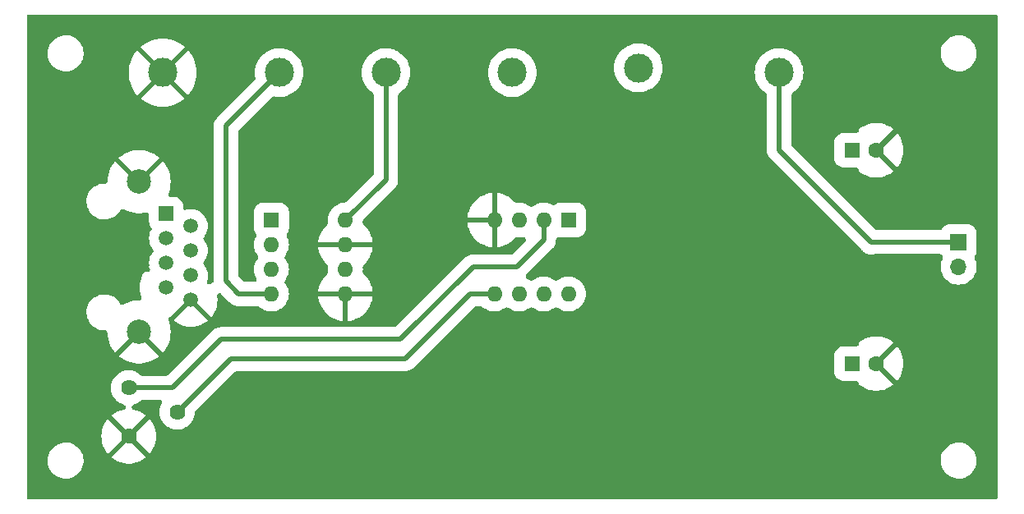
<source format=gbl>
G04 #@! TF.GenerationSoftware,KiCad,Pcbnew,7.0.7*
G04 #@! TF.CreationDate,2023-10-30T12:22:07+01:00*
G04 #@! TF.ProjectId,Speaker,53706561-6b65-4722-9e6b-696361645f70,rev?*
G04 #@! TF.SameCoordinates,Original*
G04 #@! TF.FileFunction,Copper,L2,Bot*
G04 #@! TF.FilePolarity,Positive*
%FSLAX46Y46*%
G04 Gerber Fmt 4.6, Leading zero omitted, Abs format (unit mm)*
G04 Created by KiCad (PCBNEW 7.0.7) date 2023-10-30 12:22:07*
%MOMM*%
%LPD*%
G01*
G04 APERTURE LIST*
G04 #@! TA.AperFunction,ComponentPad*
%ADD10C,3.000000*%
G04 #@! TD*
G04 #@! TA.AperFunction,ComponentPad*
%ADD11R,1.600000X1.600000*%
G04 #@! TD*
G04 #@! TA.AperFunction,ComponentPad*
%ADD12O,1.600000X1.600000*%
G04 #@! TD*
G04 #@! TA.AperFunction,ComponentPad*
%ADD13C,1.600000*%
G04 #@! TD*
G04 #@! TA.AperFunction,ComponentPad*
%ADD14C,1.620000*%
G04 #@! TD*
G04 #@! TA.AperFunction,ComponentPad*
%ADD15R,1.500000X1.500000*%
G04 #@! TD*
G04 #@! TA.AperFunction,ComponentPad*
%ADD16C,1.500000*%
G04 #@! TD*
G04 #@! TA.AperFunction,ComponentPad*
%ADD17C,2.500000*%
G04 #@! TD*
G04 #@! TA.AperFunction,ComponentPad*
%ADD18R,1.700000X1.700000*%
G04 #@! TD*
G04 #@! TA.AperFunction,ComponentPad*
%ADD19O,1.700000X1.700000*%
G04 #@! TD*
G04 #@! TA.AperFunction,Conductor*
%ADD20C,0.500000*%
G04 #@! TD*
G04 APERTURE END LIST*
D10*
X138000000Y-81000000D03*
X127000000Y-81000000D03*
X164000000Y-80500000D03*
X115000000Y-81000000D03*
X178500000Y-81000000D03*
D11*
X126200000Y-96200000D03*
D12*
X126200000Y-98740000D03*
X126200000Y-101280000D03*
X126200000Y-103820000D03*
X133820000Y-103820000D03*
X133820000Y-101280000D03*
X133820000Y-98740000D03*
X133820000Y-96200000D03*
D10*
X151000000Y-81000000D03*
D11*
X186000000Y-89000000D03*
D13*
X188500000Y-89000000D03*
D14*
X111500000Y-118500000D03*
X116500000Y-116000000D03*
X111500000Y-113500000D03*
D15*
X115350000Y-95555000D03*
D16*
X117890000Y-96825000D03*
X115350000Y-98095000D03*
X117890000Y-99365000D03*
X115350000Y-100635000D03*
X117890000Y-101905000D03*
X115350000Y-103175000D03*
X117890000Y-104445000D03*
D17*
X112556000Y-92253000D03*
X112556000Y-107747000D03*
D18*
X197000000Y-98460000D03*
D19*
X197000000Y-101000000D03*
D11*
X156800000Y-96200000D03*
D12*
X154260000Y-96200000D03*
X151720000Y-96200000D03*
X149180000Y-96200000D03*
X149180000Y-103820000D03*
X151720000Y-103820000D03*
X154260000Y-103820000D03*
X156800000Y-103820000D03*
D11*
X186000000Y-111000000D03*
D13*
X188500000Y-111000000D03*
D20*
X122820000Y-103820000D02*
X126200000Y-103820000D01*
X127000000Y-81000000D02*
X121500000Y-86500000D01*
X121500000Y-86500000D02*
X121500000Y-102500000D01*
X121500000Y-102500000D02*
X122820000Y-103820000D01*
X188000000Y-98500000D02*
X188040000Y-98460000D01*
X178500000Y-89000000D02*
X188000000Y-98500000D01*
X188040000Y-98460000D02*
X197000000Y-98460000D01*
X178500000Y-81000000D02*
X178500000Y-89000000D01*
X138000000Y-92020000D02*
X133820000Y-96200000D01*
X138000000Y-81000000D02*
X138000000Y-92020000D01*
X146680000Y-103820000D02*
X140000000Y-110500000D01*
X149180000Y-103820000D02*
X146680000Y-103820000D01*
X140000000Y-110500000D02*
X122000000Y-110500000D01*
X122000000Y-110500000D02*
X116500000Y-116000000D01*
X154260000Y-98240000D02*
X151500000Y-101000000D01*
X121000000Y-108500000D02*
X116000000Y-113500000D01*
X139500000Y-108500000D02*
X121000000Y-108500000D01*
X154260000Y-96200000D02*
X154260000Y-98240000D01*
X116000000Y-113500000D02*
X111500000Y-113500000D01*
X147000000Y-101000000D02*
X139500000Y-108500000D01*
X151500000Y-101000000D02*
X147000000Y-101000000D01*
G04 #@! TA.AperFunction,Conductor*
G36*
X200845788Y-75019454D02*
G01*
X200926570Y-75073430D01*
X200980546Y-75154212D01*
X200999500Y-75249500D01*
X200999500Y-124750500D01*
X200980546Y-124845788D01*
X200926570Y-124926570D01*
X200845788Y-124980546D01*
X200750500Y-124999500D01*
X101249500Y-124999500D01*
X101154212Y-124980546D01*
X101073430Y-124926570D01*
X101019454Y-124845788D01*
X101000500Y-124750500D01*
X101000500Y-121067768D01*
X103145787Y-121067768D01*
X103172441Y-121310000D01*
X103175414Y-121337018D01*
X103243927Y-121599087D01*
X103243928Y-121599088D01*
X103349869Y-121848387D01*
X103349872Y-121848394D01*
X103490976Y-122079601D01*
X103490978Y-122079605D01*
X103490982Y-122079610D01*
X103664255Y-122287820D01*
X103769241Y-122381888D01*
X103865996Y-122468580D01*
X103865999Y-122468583D01*
X104091903Y-122618040D01*
X104091906Y-122618041D01*
X104091910Y-122618044D01*
X104337176Y-122733020D01*
X104596569Y-122811060D01*
X104864561Y-122850500D01*
X104864567Y-122850500D01*
X105067634Y-122850500D01*
X105092610Y-122848671D01*
X105270156Y-122835677D01*
X105534553Y-122776780D01*
X105787558Y-122680014D01*
X105835817Y-122652929D01*
X106023773Y-122547444D01*
X106238173Y-122381891D01*
X106238172Y-122381891D01*
X106238177Y-122381888D01*
X106426186Y-122186881D01*
X106583799Y-121966579D01*
X106707656Y-121725675D01*
X106795118Y-121469305D01*
X106844319Y-121202933D01*
X106854212Y-120932235D01*
X106824586Y-120662982D01*
X106756072Y-120400912D01*
X106650130Y-120151610D01*
X106509018Y-119920390D01*
X106335745Y-119712180D01*
X106134002Y-119531418D01*
X106134000Y-119531416D01*
X105908096Y-119381959D01*
X105775900Y-119319988D01*
X105662824Y-119266980D01*
X105403431Y-119188940D01*
X105403427Y-119188939D01*
X105403426Y-119188939D01*
X105341715Y-119179857D01*
X105135439Y-119149500D01*
X104932369Y-119149500D01*
X104932366Y-119149500D01*
X104869487Y-119154102D01*
X104729844Y-119164323D01*
X104729840Y-119164323D01*
X104729837Y-119164324D01*
X104465442Y-119223221D01*
X104212436Y-119319988D01*
X103976226Y-119452555D01*
X103761826Y-119618108D01*
X103573811Y-119813122D01*
X103416204Y-120033416D01*
X103416199Y-120033424D01*
X103292344Y-120274323D01*
X103292343Y-120274325D01*
X103204882Y-120530690D01*
X103155681Y-120797062D01*
X103155680Y-120797073D01*
X103145788Y-121067765D01*
X103145787Y-121067768D01*
X101000500Y-121067768D01*
X101000500Y-118499999D01*
X108685238Y-118499999D01*
X108704270Y-118826775D01*
X108704271Y-118826783D01*
X108761109Y-119149126D01*
X108854988Y-119462700D01*
X108984638Y-119763264D01*
X108984645Y-119763278D01*
X109148296Y-120046731D01*
X109340943Y-120305500D01*
X110825907Y-118820538D01*
X110906689Y-118766562D01*
X111001977Y-118747608D01*
X111097265Y-118766562D01*
X111178047Y-118820538D01*
X111196631Y-118841331D01*
X111197885Y-118842903D01*
X111242489Y-118929213D01*
X111250669Y-119026023D01*
X111221179Y-119118594D01*
X111179301Y-119174249D01*
X109697681Y-120655869D01*
X109697681Y-120655870D01*
X109819136Y-120757781D01*
X110092629Y-120937661D01*
X110385118Y-121084555D01*
X110385130Y-121084560D01*
X110692713Y-121196510D01*
X111011215Y-121271997D01*
X111011230Y-121272000D01*
X111336337Y-121310000D01*
X111663663Y-121310000D01*
X111988769Y-121272000D01*
X111988784Y-121271997D01*
X112307286Y-121196510D01*
X112614869Y-121084560D01*
X112614881Y-121084555D01*
X112648307Y-121067768D01*
X195145787Y-121067768D01*
X195172441Y-121310000D01*
X195175414Y-121337018D01*
X195243927Y-121599087D01*
X195243928Y-121599088D01*
X195349869Y-121848387D01*
X195349872Y-121848394D01*
X195490976Y-122079601D01*
X195490978Y-122079605D01*
X195490982Y-122079610D01*
X195664255Y-122287820D01*
X195769241Y-122381888D01*
X195865996Y-122468580D01*
X195865999Y-122468583D01*
X196091903Y-122618040D01*
X196091906Y-122618041D01*
X196091910Y-122618044D01*
X196337176Y-122733020D01*
X196596569Y-122811060D01*
X196864561Y-122850500D01*
X196864567Y-122850500D01*
X197067634Y-122850500D01*
X197092610Y-122848671D01*
X197270156Y-122835677D01*
X197534553Y-122776780D01*
X197787558Y-122680014D01*
X197835817Y-122652929D01*
X198023773Y-122547444D01*
X198238173Y-122381891D01*
X198238172Y-122381891D01*
X198238177Y-122381888D01*
X198426186Y-122186881D01*
X198583799Y-121966579D01*
X198707656Y-121725675D01*
X198795118Y-121469305D01*
X198844319Y-121202933D01*
X198854212Y-120932235D01*
X198824586Y-120662982D01*
X198756072Y-120400912D01*
X198650130Y-120151610D01*
X198509018Y-119920390D01*
X198335745Y-119712180D01*
X198134002Y-119531418D01*
X198134000Y-119531416D01*
X197908096Y-119381959D01*
X197775900Y-119319988D01*
X197662824Y-119266980D01*
X197403431Y-119188940D01*
X197403427Y-119188939D01*
X197403426Y-119188939D01*
X197341715Y-119179857D01*
X197135439Y-119149500D01*
X196932369Y-119149500D01*
X196932366Y-119149500D01*
X196869487Y-119154102D01*
X196729844Y-119164323D01*
X196729840Y-119164323D01*
X196729837Y-119164324D01*
X196465442Y-119223221D01*
X196212436Y-119319988D01*
X195976226Y-119452555D01*
X195761826Y-119618108D01*
X195573811Y-119813122D01*
X195416204Y-120033416D01*
X195416199Y-120033424D01*
X195292344Y-120274323D01*
X195292343Y-120274325D01*
X195204882Y-120530690D01*
X195155681Y-120797062D01*
X195155680Y-120797073D01*
X195145788Y-121067765D01*
X195145787Y-121067768D01*
X112648307Y-121067768D01*
X112907370Y-120937661D01*
X113180859Y-120757785D01*
X113302316Y-120655869D01*
X111817810Y-119171363D01*
X111763834Y-119090581D01*
X111744880Y-118995293D01*
X111763834Y-118900005D01*
X111817810Y-118819223D01*
X111824519Y-118812762D01*
X111826000Y-118811387D01*
X111908747Y-118760477D01*
X112004679Y-118745108D01*
X112099190Y-118767620D01*
X112171416Y-118817863D01*
X113659054Y-120305501D01*
X113659055Y-120305501D01*
X113851702Y-120046732D01*
X114015354Y-119763278D01*
X114015361Y-119763264D01*
X114145011Y-119462700D01*
X114238890Y-119149126D01*
X114295728Y-118826783D01*
X114295729Y-118826775D01*
X114314761Y-118499999D01*
X114295729Y-118173224D01*
X114295728Y-118173216D01*
X114238890Y-117850873D01*
X114145011Y-117537299D01*
X114015361Y-117236735D01*
X114015354Y-117236721D01*
X113851705Y-116953273D01*
X113659054Y-116694497D01*
X112174091Y-118179460D01*
X112093309Y-118233436D01*
X111998021Y-118252390D01*
X111902733Y-118233436D01*
X111821951Y-118179460D01*
X111803367Y-118158667D01*
X111802113Y-118157095D01*
X111757509Y-118070785D01*
X111749329Y-117973975D01*
X111778819Y-117881404D01*
X111820697Y-117825748D01*
X113302316Y-116344128D01*
X113180858Y-116242214D01*
X112907370Y-116062338D01*
X112614881Y-115915444D01*
X112614869Y-115915439D01*
X112307286Y-115803489D01*
X111990718Y-115728460D01*
X111902369Y-115688042D01*
X111836214Y-115616891D01*
X111802322Y-115525839D01*
X111805854Y-115428748D01*
X111846272Y-115340399D01*
X111917423Y-115274244D01*
X111974739Y-115248238D01*
X112163305Y-115190073D01*
X112407789Y-115072336D01*
X112631994Y-114919475D01*
X112742468Y-114816969D01*
X112825211Y-114766052D01*
X112911831Y-114750500D01*
X114699533Y-114750500D01*
X114794821Y-114769454D01*
X114875603Y-114823430D01*
X114929579Y-114904212D01*
X114948533Y-114999500D01*
X114929579Y-115094788D01*
X114915174Y-115123999D01*
X114864224Y-115212246D01*
X114864220Y-115212254D01*
X114765083Y-115464851D01*
X114765082Y-115464854D01*
X114704701Y-115729402D01*
X114704700Y-115729406D01*
X114684423Y-115999999D01*
X114704700Y-116270593D01*
X114704701Y-116270597D01*
X114765082Y-116535145D01*
X114765083Y-116535148D01*
X114864220Y-116787745D01*
X114864226Y-116787757D01*
X114999897Y-117022746D01*
X114999904Y-117022756D01*
X115169087Y-117234905D01*
X115169092Y-117234910D01*
X115368008Y-117419477D01*
X115592208Y-117572334D01*
X115592210Y-117572335D01*
X115592212Y-117572336D01*
X115730299Y-117638835D01*
X115836688Y-117690070D01*
X115836692Y-117690071D01*
X115836695Y-117690073D01*
X116019859Y-117746571D01*
X116095989Y-117770055D01*
X116095990Y-117770055D01*
X116095996Y-117770057D01*
X116327408Y-117804936D01*
X116364321Y-117810500D01*
X116364322Y-117810500D01*
X116635679Y-117810500D01*
X116668127Y-117805609D01*
X116904004Y-117770057D01*
X117163305Y-117690073D01*
X117163309Y-117690070D01*
X117163312Y-117690070D01*
X117231297Y-117657329D01*
X117407789Y-117572336D01*
X117631994Y-117419475D01*
X117830912Y-117234906D01*
X118000100Y-117022751D01*
X118135778Y-116787749D01*
X118234916Y-116535151D01*
X118295299Y-116270598D01*
X118312488Y-116041211D01*
X118338510Y-115947608D01*
X118384719Y-115883753D01*
X122445043Y-111823430D01*
X122525826Y-111769454D01*
X122621114Y-111750500D01*
X139922782Y-111750500D01*
X139936717Y-111751282D01*
X139971827Y-111755238D01*
X140037919Y-111750781D01*
X140046294Y-111750500D01*
X140056148Y-111750500D01*
X140056155Y-111750500D01*
X140089909Y-111747461D01*
X140098124Y-111746722D01*
X140110409Y-111745893D01*
X140196412Y-111740096D01*
X140196423Y-111740093D01*
X140207457Y-111738346D01*
X140207505Y-111738649D01*
X140213230Y-111737676D01*
X140213176Y-111737375D01*
X140224176Y-111735378D01*
X140224188Y-111735377D01*
X140289912Y-111717237D01*
X140319166Y-111709164D01*
X140366923Y-111697130D01*
X140414683Y-111685096D01*
X140414686Y-111685094D01*
X140425239Y-111681402D01*
X140425340Y-111681691D01*
X140430797Y-111679713D01*
X140430690Y-111679426D01*
X140441166Y-111675494D01*
X140441165Y-111675494D01*
X140441170Y-111675493D01*
X140500714Y-111646818D01*
X140529936Y-111632746D01*
X140574780Y-111612376D01*
X140619626Y-111592007D01*
X140619630Y-111592003D01*
X140629358Y-111586485D01*
X140629509Y-111586751D01*
X140634530Y-111583827D01*
X140634373Y-111583564D01*
X140643964Y-111577833D01*
X140643973Y-111577829D01*
X140675522Y-111554907D01*
X140723676Y-111519922D01*
X140769393Y-111488248D01*
X140804654Y-111463820D01*
X140804662Y-111463811D01*
X140813244Y-111456648D01*
X140813440Y-111456882D01*
X140817849Y-111453117D01*
X140817648Y-111452887D01*
X140826068Y-111445528D01*
X140826078Y-111445522D01*
X140894153Y-111374320D01*
X142126515Y-110141958D01*
X184199500Y-110141958D01*
X184199501Y-111858039D01*
X184210113Y-111977414D01*
X184266090Y-112173045D01*
X184266093Y-112173053D01*
X184314168Y-112265089D01*
X184360302Y-112353407D01*
X184488891Y-112511109D01*
X184646593Y-112639698D01*
X184826951Y-112733909D01*
X185022582Y-112789886D01*
X185141963Y-112800500D01*
X186451914Y-112800499D01*
X186547201Y-112819453D01*
X186627982Y-112873429D01*
X186681959Y-112954211D01*
X186698896Y-113039362D01*
X186700001Y-113039314D01*
X186700314Y-113046488D01*
X186700913Y-113049499D01*
X186700529Y-113051425D01*
X186704779Y-113148772D01*
X186825117Y-113249746D01*
X187097631Y-113428981D01*
X187389099Y-113575363D01*
X187389103Y-113575364D01*
X187695593Y-113686916D01*
X188012960Y-113762135D01*
X188336920Y-113800000D01*
X188663080Y-113800000D01*
X188987039Y-113762135D01*
X189304406Y-113686916D01*
X189304407Y-113686916D01*
X189610896Y-113575364D01*
X189610900Y-113575363D01*
X189902368Y-113428981D01*
X190174888Y-113249743D01*
X190295218Y-113148772D01*
X188782136Y-111635689D01*
X188728160Y-111554907D01*
X188709206Y-111459619D01*
X188728160Y-111364331D01*
X188782133Y-111283552D01*
X188783552Y-111282133D01*
X188864331Y-111228160D01*
X188959619Y-111209206D01*
X189054907Y-111228160D01*
X189135689Y-111282136D01*
X190651907Y-112798353D01*
X190843330Y-112541231D01*
X190843335Y-112541224D01*
X191006403Y-112258782D01*
X191006410Y-112258768D01*
X191135596Y-111959283D01*
X191135598Y-111959276D01*
X191229143Y-111646818D01*
X191285778Y-111325620D01*
X191285779Y-111325613D01*
X191304744Y-111000000D01*
X191285779Y-110674386D01*
X191285778Y-110674379D01*
X191229143Y-110353181D01*
X191135598Y-110040723D01*
X191135596Y-110040716D01*
X191006410Y-109741231D01*
X191006403Y-109741217D01*
X190843333Y-109458771D01*
X190651908Y-109201644D01*
X189135689Y-110717863D01*
X189054907Y-110771839D01*
X188959619Y-110790793D01*
X188864331Y-110771839D01*
X188783549Y-110717863D01*
X188782135Y-110716449D01*
X188728159Y-110635667D01*
X188709205Y-110540379D01*
X188728159Y-110445091D01*
X188782135Y-110364309D01*
X190295218Y-108851226D01*
X190174882Y-108750253D01*
X189902368Y-108571018D01*
X189610900Y-108424636D01*
X189610896Y-108424635D01*
X189304406Y-108313083D01*
X188987039Y-108237864D01*
X188663080Y-108200000D01*
X188336920Y-108200000D01*
X188012960Y-108237864D01*
X187695593Y-108313083D01*
X187695592Y-108313083D01*
X187389103Y-108424635D01*
X187389099Y-108424636D01*
X187097631Y-108571018D01*
X186825117Y-108750252D01*
X186825116Y-108750253D01*
X186704779Y-108851227D01*
X186700529Y-108948569D01*
X186700914Y-108950500D01*
X186700313Y-108953516D01*
X186700001Y-108960685D01*
X186698897Y-108960636D01*
X186681960Y-109045788D01*
X186627984Y-109126570D01*
X186547202Y-109180546D01*
X186451914Y-109199500D01*
X185141961Y-109199501D01*
X185022585Y-109210113D01*
X184826954Y-109266090D01*
X184826946Y-109266093D01*
X184646597Y-109360299D01*
X184646592Y-109360302D01*
X184488893Y-109488889D01*
X184488889Y-109488893D01*
X184360302Y-109646592D01*
X184360299Y-109646597D01*
X184266093Y-109826946D01*
X184266090Y-109826954D01*
X184210115Y-110022578D01*
X184210114Y-110022582D01*
X184199500Y-110141958D01*
X142126515Y-110141958D01*
X147125043Y-105143430D01*
X147205826Y-105089454D01*
X147301114Y-105070500D01*
X147782872Y-105070500D01*
X147878160Y-105089454D01*
X147952233Y-105136969D01*
X148054259Y-105231635D01*
X148277226Y-105383651D01*
X148520359Y-105500738D01*
X148778228Y-105580280D01*
X149045071Y-105620500D01*
X149045074Y-105620500D01*
X149314926Y-105620500D01*
X149314929Y-105620500D01*
X149581772Y-105580280D01*
X149839641Y-105500738D01*
X150082775Y-105383651D01*
X150305741Y-105231635D01*
X150305742Y-105231633D01*
X150309733Y-105228913D01*
X150399140Y-105190896D01*
X150496291Y-105189987D01*
X150586394Y-105226325D01*
X150590267Y-105228913D01*
X150594257Y-105231633D01*
X150594259Y-105231635D01*
X150657538Y-105274778D01*
X150817222Y-105383649D01*
X150817225Y-105383650D01*
X150817226Y-105383651D01*
X151060359Y-105500738D01*
X151318228Y-105580280D01*
X151585071Y-105620500D01*
X151585074Y-105620500D01*
X151854926Y-105620500D01*
X151854929Y-105620500D01*
X152121772Y-105580280D01*
X152379641Y-105500738D01*
X152622775Y-105383651D01*
X152845741Y-105231635D01*
X152845742Y-105231633D01*
X152849733Y-105228913D01*
X152939140Y-105190896D01*
X153036291Y-105189987D01*
X153126394Y-105226325D01*
X153130267Y-105228913D01*
X153134257Y-105231633D01*
X153134259Y-105231635D01*
X153197538Y-105274778D01*
X153357222Y-105383649D01*
X153357225Y-105383650D01*
X153357226Y-105383651D01*
X153600359Y-105500738D01*
X153858228Y-105580280D01*
X154125071Y-105620500D01*
X154125074Y-105620500D01*
X154394926Y-105620500D01*
X154394929Y-105620500D01*
X154661772Y-105580280D01*
X154919641Y-105500738D01*
X155162775Y-105383651D01*
X155385741Y-105231635D01*
X155385742Y-105231633D01*
X155389733Y-105228913D01*
X155479140Y-105190896D01*
X155576291Y-105189987D01*
X155666394Y-105226325D01*
X155670267Y-105228913D01*
X155674257Y-105231633D01*
X155674259Y-105231635D01*
X155737538Y-105274778D01*
X155897222Y-105383649D01*
X155897225Y-105383650D01*
X155897226Y-105383651D01*
X156140359Y-105500738D01*
X156398228Y-105580280D01*
X156665071Y-105620500D01*
X156665074Y-105620500D01*
X156934926Y-105620500D01*
X156934929Y-105620500D01*
X157201772Y-105580280D01*
X157459641Y-105500738D01*
X157702775Y-105383651D01*
X157925741Y-105231635D01*
X158123561Y-105048085D01*
X158291815Y-104837102D01*
X158426743Y-104603398D01*
X158525334Y-104352195D01*
X158529691Y-104333108D01*
X158539474Y-104290245D01*
X158585383Y-104089103D01*
X158605549Y-103820000D01*
X158585383Y-103550897D01*
X158534070Y-103326078D01*
X158525336Y-103287812D01*
X158525334Y-103287809D01*
X158525334Y-103287805D01*
X158426743Y-103036602D01*
X158291815Y-102802898D01*
X158291813Y-102802895D01*
X158291811Y-102802892D01*
X158123562Y-102591916D01*
X157925738Y-102408362D01*
X157702778Y-102256350D01*
X157702773Y-102256348D01*
X157459649Y-102139265D01*
X157459644Y-102139263D01*
X157459641Y-102139262D01*
X157201772Y-102059720D01*
X156934929Y-102019500D01*
X156665071Y-102019500D01*
X156464938Y-102049664D01*
X156398227Y-102059720D01*
X156140353Y-102139264D01*
X155897223Y-102256350D01*
X155670266Y-102411087D01*
X155580858Y-102449104D01*
X155483708Y-102450012D01*
X155393605Y-102413673D01*
X155389733Y-102411086D01*
X155162778Y-102256350D01*
X155162773Y-102256348D01*
X154919649Y-102139265D01*
X154919644Y-102139263D01*
X154919641Y-102139262D01*
X154661772Y-102059720D01*
X154394929Y-102019500D01*
X154125071Y-102019500D01*
X153924938Y-102049664D01*
X153858227Y-102059720D01*
X153600353Y-102139264D01*
X153357223Y-102256350D01*
X153130266Y-102411087D01*
X153040858Y-102449104D01*
X152943708Y-102450012D01*
X152853605Y-102413673D01*
X152849733Y-102411086D01*
X152622778Y-102256350D01*
X152622774Y-102256348D01*
X152526790Y-102210125D01*
X152449162Y-102151705D01*
X152399800Y-102068024D01*
X152386219Y-101971823D01*
X152410486Y-101877747D01*
X152458752Y-101809720D01*
X155089640Y-99178832D01*
X155100043Y-99169535D01*
X155127666Y-99147508D01*
X155171248Y-99097623D01*
X155176955Y-99091517D01*
X155183944Y-99084530D01*
X155201974Y-99062932D01*
X155210948Y-99052185D01*
X155275763Y-98977999D01*
X155282338Y-98968949D01*
X155282585Y-98969128D01*
X155285949Y-98964388D01*
X155285697Y-98964214D01*
X155292066Y-98955021D01*
X155292068Y-98955019D01*
X155340683Y-98869340D01*
X155391215Y-98784764D01*
X155391218Y-98784754D01*
X155396067Y-98774687D01*
X155396343Y-98774820D01*
X155398803Y-98769564D01*
X155398523Y-98769437D01*
X155403147Y-98759253D01*
X155403153Y-98759245D01*
X155435692Y-98666253D01*
X155470307Y-98574024D01*
X155470309Y-98574008D01*
X155473282Y-98563242D01*
X155473576Y-98563323D01*
X155475060Y-98557703D01*
X155474765Y-98557629D01*
X155477497Y-98546786D01*
X155477497Y-98546785D01*
X155477498Y-98546783D01*
X155492910Y-98449472D01*
X155510500Y-98352547D01*
X155510500Y-98352542D01*
X155511503Y-98341408D01*
X155511804Y-98341435D01*
X155512260Y-98335644D01*
X155511958Y-98335624D01*
X155512710Y-98324464D01*
X155510735Y-98236464D01*
X155527546Y-98140775D01*
X155579696Y-98058803D01*
X155659246Y-98003027D01*
X155754085Y-97981940D01*
X155810662Y-97989231D01*
X155810943Y-97987723D01*
X155822572Y-97989883D01*
X155822582Y-97989886D01*
X155941963Y-98000500D01*
X157658036Y-98000499D01*
X157658039Y-98000499D01*
X157709199Y-97995950D01*
X157777418Y-97989886D01*
X157973049Y-97933909D01*
X158153407Y-97839698D01*
X158311109Y-97711109D01*
X158439698Y-97553407D01*
X158533909Y-97373049D01*
X158589886Y-97177418D01*
X158600500Y-97058037D01*
X158600499Y-95341964D01*
X158600498Y-95341958D01*
X158589886Y-95222585D01*
X158589886Y-95222582D01*
X158533909Y-95026951D01*
X158439698Y-94846593D01*
X158311109Y-94688891D01*
X158153407Y-94560302D01*
X158153402Y-94560299D01*
X157973053Y-94466093D01*
X157973052Y-94466092D01*
X157973049Y-94466091D01*
X157777418Y-94410114D01*
X157753541Y-94407991D01*
X157658041Y-94399500D01*
X157658037Y-94399500D01*
X156677851Y-94399500D01*
X155941961Y-94399501D01*
X155822585Y-94410113D01*
X155626954Y-94466090D01*
X155626946Y-94466093D01*
X155446597Y-94560299D01*
X155446588Y-94560305D01*
X155405293Y-94593976D01*
X155319464Y-94639501D01*
X155222747Y-94648716D01*
X155139906Y-94625335D01*
X154919649Y-94519265D01*
X154919644Y-94519263D01*
X154919641Y-94519262D01*
X154661772Y-94439720D01*
X154394929Y-94399500D01*
X154125071Y-94399500D01*
X153924938Y-94429665D01*
X153858227Y-94439720D01*
X153600353Y-94519264D01*
X153357223Y-94636350D01*
X153130266Y-94791087D01*
X153040858Y-94829104D01*
X152943708Y-94830012D01*
X152853605Y-94793673D01*
X152849733Y-94791086D01*
X152622778Y-94636350D01*
X152622773Y-94636348D01*
X152379649Y-94519265D01*
X152379644Y-94519263D01*
X152379641Y-94519262D01*
X152121772Y-94439720D01*
X151854929Y-94399500D01*
X151585071Y-94399500D01*
X151585066Y-94399500D01*
X151491261Y-94413638D01*
X151394213Y-94409097D01*
X151306289Y-94367763D01*
X151273036Y-94338293D01*
X151104732Y-94159901D01*
X150854882Y-93950253D01*
X150582368Y-93771018D01*
X150290900Y-93624636D01*
X150290896Y-93624635D01*
X149984406Y-93513083D01*
X149667045Y-93437866D01*
X149667032Y-93437864D01*
X149430000Y-93410158D01*
X149430000Y-95551000D01*
X149411046Y-95646288D01*
X149357070Y-95727070D01*
X149276288Y-95781046D01*
X149181000Y-95800000D01*
X149179000Y-95800000D01*
X149083712Y-95781046D01*
X149002930Y-95727070D01*
X148948954Y-95646288D01*
X148930000Y-95551000D01*
X148930000Y-93410158D01*
X148929999Y-93410158D01*
X148692967Y-93437864D01*
X148692954Y-93437866D01*
X148375593Y-93513083D01*
X148375592Y-93513083D01*
X148069103Y-93624635D01*
X148069099Y-93624636D01*
X147777631Y-93771018D01*
X147505117Y-93950253D01*
X147255267Y-94159901D01*
X147031441Y-94397144D01*
X147031439Y-94397146D01*
X146836666Y-94658771D01*
X146673596Y-94941217D01*
X146673589Y-94941231D01*
X146544403Y-95240716D01*
X146544401Y-95240723D01*
X146450856Y-95553181D01*
X146394221Y-95874379D01*
X146394220Y-95874387D01*
X146389817Y-95950000D01*
X148526014Y-95950000D01*
X148621302Y-95968954D01*
X148702084Y-96022930D01*
X148756060Y-96103712D01*
X148775014Y-96199000D01*
X148775014Y-96201000D01*
X148756060Y-96296288D01*
X148702084Y-96377070D01*
X148621302Y-96431046D01*
X148526014Y-96450000D01*
X146389817Y-96450000D01*
X146394220Y-96525612D01*
X146394221Y-96525620D01*
X146450856Y-96846818D01*
X146544401Y-97159276D01*
X146544403Y-97159283D01*
X146673589Y-97458768D01*
X146673596Y-97458782D01*
X146836666Y-97741228D01*
X147031439Y-98002853D01*
X147031441Y-98002855D01*
X147255267Y-98240098D01*
X147505117Y-98449746D01*
X147777631Y-98628981D01*
X148069099Y-98775363D01*
X148069103Y-98775364D01*
X148375593Y-98886916D01*
X148692961Y-98962135D01*
X148930000Y-98989840D01*
X148930000Y-96849000D01*
X148948954Y-96753712D01*
X149002930Y-96672930D01*
X149083712Y-96618954D01*
X149179000Y-96600000D01*
X149181000Y-96600000D01*
X149276288Y-96618954D01*
X149357070Y-96672930D01*
X149411046Y-96753712D01*
X149430000Y-96849000D01*
X149430000Y-98989839D01*
X149667038Y-98962135D01*
X149984406Y-98886916D01*
X149984407Y-98886916D01*
X150290896Y-98775364D01*
X150290900Y-98775363D01*
X150582368Y-98628981D01*
X150854882Y-98449746D01*
X151104732Y-98240098D01*
X151273035Y-98061706D01*
X151352212Y-98005402D01*
X151446908Y-97983684D01*
X151491253Y-97986359D01*
X151585071Y-98000500D01*
X151585075Y-98000500D01*
X151854926Y-98000500D01*
X151854929Y-98000500D01*
X152121772Y-97960280D01*
X152121774Y-97960279D01*
X152130985Y-97958891D01*
X152131187Y-97960233D01*
X152217791Y-97957797D01*
X152308561Y-97992437D01*
X152379165Y-98059176D01*
X152418855Y-98147855D01*
X152421587Y-98244971D01*
X152386947Y-98335741D01*
X152352172Y-98379351D01*
X151054956Y-99676569D01*
X150974174Y-99730546D01*
X150878886Y-99749500D01*
X147077218Y-99749500D01*
X147063282Y-99748717D01*
X147028173Y-99744762D01*
X147028171Y-99744762D01*
X146989030Y-99747401D01*
X146962080Y-99749218D01*
X146953706Y-99749500D01*
X146943844Y-99749500D01*
X146922860Y-99751388D01*
X146901876Y-99753277D01*
X146894770Y-99753756D01*
X146803590Y-99759903D01*
X146792545Y-99761653D01*
X146792497Y-99761353D01*
X146786758Y-99762328D01*
X146786812Y-99762626D01*
X146775818Y-99764621D01*
X146680834Y-99790835D01*
X146585309Y-99814906D01*
X146574758Y-99818598D01*
X146574658Y-99818313D01*
X146569191Y-99820296D01*
X146569297Y-99820578D01*
X146558832Y-99824505D01*
X146470056Y-99867257D01*
X146380382Y-99907989D01*
X146370656Y-99913508D01*
X146370507Y-99913246D01*
X146365475Y-99916176D01*
X146365629Y-99916433D01*
X146356031Y-99922168D01*
X146276314Y-99980085D01*
X146195343Y-100036181D01*
X146186766Y-100043343D01*
X146186573Y-100043112D01*
X146182138Y-100046900D01*
X146182336Y-100047127D01*
X146173924Y-100054476D01*
X146105845Y-100125679D01*
X139054956Y-107176570D01*
X138974174Y-107230546D01*
X138878886Y-107249500D01*
X121077218Y-107249500D01*
X121063282Y-107248717D01*
X121028173Y-107244762D01*
X121028171Y-107244762D01*
X120989030Y-107247401D01*
X120962080Y-107249218D01*
X120953706Y-107249500D01*
X120943844Y-107249500D01*
X120922860Y-107251388D01*
X120901876Y-107253277D01*
X120894770Y-107253756D01*
X120803590Y-107259903D01*
X120792545Y-107261653D01*
X120792497Y-107261353D01*
X120786758Y-107262328D01*
X120786812Y-107262626D01*
X120775818Y-107264621D01*
X120680834Y-107290835D01*
X120585309Y-107314906D01*
X120574758Y-107318598D01*
X120574658Y-107318313D01*
X120569194Y-107320295D01*
X120569300Y-107320577D01*
X120558833Y-107324505D01*
X120470064Y-107367253D01*
X120380377Y-107407991D01*
X120370647Y-107413512D01*
X120370498Y-107413250D01*
X120365467Y-107416179D01*
X120365622Y-107416438D01*
X120356025Y-107422171D01*
X120276323Y-107480077D01*
X120195343Y-107536181D01*
X120186758Y-107543349D01*
X120186565Y-107543118D01*
X120182138Y-107546900D01*
X120182336Y-107547127D01*
X120173924Y-107554476D01*
X120105845Y-107625679D01*
X115554956Y-112176570D01*
X115474174Y-112230546D01*
X115378886Y-112249500D01*
X112911831Y-112249500D01*
X112816543Y-112230546D01*
X112742468Y-112183030D01*
X112731715Y-112173053D01*
X112631994Y-112080525D01*
X112631991Y-112080522D01*
X112407792Y-111927665D01*
X112407787Y-111927663D01*
X112163312Y-111809929D01*
X112163306Y-111809927D01*
X111904010Y-111729944D01*
X111904004Y-111729943D01*
X111766142Y-111709164D01*
X111635679Y-111689500D01*
X111635678Y-111689500D01*
X111364322Y-111689500D01*
X111364321Y-111689500D01*
X111095989Y-111729944D01*
X110836693Y-111809927D01*
X110836688Y-111809929D01*
X110592213Y-111927663D01*
X110592208Y-111927665D01*
X110368008Y-112080522D01*
X110169092Y-112265089D01*
X110169087Y-112265094D01*
X109999904Y-112477243D01*
X109999897Y-112477253D01*
X109864226Y-112712242D01*
X109864220Y-112712254D01*
X109765083Y-112964851D01*
X109765082Y-112964854D01*
X109704701Y-113229402D01*
X109704700Y-113229406D01*
X109684423Y-113500000D01*
X109704700Y-113770593D01*
X109704701Y-113770597D01*
X109765082Y-114035145D01*
X109765083Y-114035148D01*
X109864220Y-114287745D01*
X109864226Y-114287757D01*
X109999897Y-114522746D01*
X109999904Y-114522756D01*
X110169087Y-114734905D01*
X110169092Y-114734910D01*
X110368008Y-114919477D01*
X110592208Y-115072334D01*
X110592210Y-115072335D01*
X110592212Y-115072336D01*
X110699491Y-115123999D01*
X110836686Y-115190069D01*
X110836687Y-115190069D01*
X110836695Y-115190073D01*
X111025255Y-115248236D01*
X111110719Y-115294433D01*
X111172002Y-115369822D01*
X111199769Y-115462924D01*
X111189795Y-115559566D01*
X111143596Y-115645034D01*
X111068207Y-115706317D01*
X111009281Y-115728460D01*
X110692713Y-115803489D01*
X110385130Y-115915439D01*
X110385118Y-115915444D01*
X110092629Y-116062338D01*
X109819136Y-116242217D01*
X109819134Y-116242219D01*
X109697681Y-116344128D01*
X111182189Y-117828636D01*
X111236165Y-117909418D01*
X111255119Y-118004706D01*
X111236165Y-118099994D01*
X111182189Y-118180776D01*
X111175465Y-118187251D01*
X111173999Y-118188611D01*
X111091252Y-118239522D01*
X110995320Y-118254891D01*
X110900809Y-118232379D01*
X110828583Y-118182136D01*
X109340943Y-116694497D01*
X109148304Y-116953258D01*
X109148294Y-116953272D01*
X108984645Y-117236721D01*
X108984638Y-117236735D01*
X108854988Y-117537299D01*
X108761109Y-117850873D01*
X108704271Y-118173216D01*
X108704270Y-118173224D01*
X108685238Y-118499999D01*
X101000500Y-118499999D01*
X101000500Y-105782768D01*
X107145787Y-105782768D01*
X107170795Y-106010039D01*
X107175414Y-106052018D01*
X107243928Y-106314088D01*
X107348062Y-106559136D01*
X107349869Y-106563387D01*
X107349872Y-106563394D01*
X107490976Y-106794601D01*
X107490978Y-106794605D01*
X107490982Y-106794610D01*
X107490987Y-106794616D01*
X107490990Y-106794620D01*
X107664254Y-107002819D01*
X107664255Y-107002820D01*
X107790703Y-107116118D01*
X107865996Y-107183580D01*
X107865999Y-107183583D01*
X108091903Y-107333040D01*
X108091906Y-107333041D01*
X108091910Y-107333044D01*
X108337176Y-107448020D01*
X108596569Y-107526060D01*
X108864561Y-107565500D01*
X108864567Y-107565500D01*
X109055521Y-107565500D01*
X109150809Y-107584454D01*
X109231591Y-107638430D01*
X109285567Y-107719212D01*
X109304156Y-107801019D01*
X109320306Y-108098899D01*
X109377320Y-108446675D01*
X109377322Y-108446682D01*
X109471606Y-108786260D01*
X109471607Y-108786262D01*
X109602044Y-109113637D01*
X109767126Y-109425015D01*
X109767127Y-109425017D01*
X109964899Y-109716707D01*
X109964900Y-109716708D01*
X110087913Y-109861531D01*
X111670062Y-108279382D01*
X111750844Y-108225406D01*
X111846132Y-108206452D01*
X111941420Y-108225406D01*
X112006208Y-108264726D01*
X112007745Y-108266016D01*
X112068548Y-108341792D01*
X112095724Y-108435069D01*
X112085136Y-108531645D01*
X112038395Y-108616818D01*
X112023739Y-108632812D01*
X110438624Y-110217927D01*
X110448900Y-110227660D01*
X110729466Y-110440942D01*
X111031434Y-110622629D01*
X111031438Y-110622631D01*
X111351276Y-110770605D01*
X111685254Y-110883134D01*
X111685268Y-110883138D01*
X112029432Y-110958895D01*
X112029447Y-110958897D01*
X112379784Y-110997000D01*
X112732216Y-110997000D01*
X113082552Y-110958897D01*
X113082567Y-110958895D01*
X113426731Y-110883138D01*
X113426745Y-110883134D01*
X113760723Y-110770605D01*
X114080561Y-110622631D01*
X114080565Y-110622629D01*
X114382533Y-110440942D01*
X114663098Y-110227660D01*
X114663101Y-110227657D01*
X114673373Y-110217927D01*
X113085943Y-108630496D01*
X113031967Y-108549714D01*
X113013013Y-108454426D01*
X113031967Y-108359138D01*
X113080852Y-108283599D01*
X113082227Y-108282141D01*
X113161387Y-108225821D01*
X113256078Y-108204078D01*
X113351881Y-108220228D01*
X113434212Y-108271810D01*
X113439455Y-108276901D01*
X115024085Y-109861531D01*
X115147103Y-109716703D01*
X115344872Y-109425017D01*
X115344873Y-109425015D01*
X115509955Y-109113637D01*
X115640392Y-108786262D01*
X115640393Y-108786260D01*
X115734677Y-108446682D01*
X115734679Y-108446675D01*
X115791693Y-108098899D01*
X115810772Y-107747000D01*
X115791693Y-107395100D01*
X115734679Y-107047324D01*
X115734677Y-107047317D01*
X115654293Y-106757802D01*
X115653577Y-106748210D01*
X115646277Y-106728930D01*
X115640394Y-106707743D01*
X115640395Y-106707743D01*
X115577217Y-106549179D01*
X115559555Y-106453642D01*
X115579797Y-106358620D01*
X115634863Y-106278577D01*
X115716367Y-106225699D01*
X115764675Y-106216768D01*
X117264922Y-104716523D01*
X117345704Y-104662547D01*
X117440992Y-104643593D01*
X117536280Y-104662547D01*
X117593889Y-104696064D01*
X117595479Y-104697301D01*
X117659049Y-104770772D01*
X117689663Y-104862978D01*
X117682662Y-104959880D01*
X117639111Y-105046727D01*
X117618652Y-105069899D01*
X116129416Y-106559136D01*
X116324965Y-106712340D01*
X116609678Y-106884455D01*
X116913058Y-107020995D01*
X116913057Y-107020995D01*
X117230662Y-107119965D01*
X117230687Y-107119971D01*
X117557906Y-107179937D01*
X117890000Y-107200025D01*
X118222093Y-107179937D01*
X118549312Y-107119971D01*
X118549337Y-107119965D01*
X118866942Y-107020995D01*
X119170321Y-106884455D01*
X119455036Y-106712339D01*
X119455039Y-106712337D01*
X119650583Y-106559137D01*
X119650583Y-106559136D01*
X118158403Y-105066955D01*
X118104427Y-104986174D01*
X118085473Y-104890886D01*
X118104427Y-104795598D01*
X118151209Y-104722317D01*
X118152570Y-104720839D01*
X118231025Y-104663544D01*
X118325439Y-104640631D01*
X118421435Y-104655593D01*
X118504398Y-104706152D01*
X118511896Y-104713344D01*
X120004136Y-106205583D01*
X120004137Y-106205583D01*
X120157337Y-106010039D01*
X120157339Y-106010036D01*
X120329455Y-105725321D01*
X120465995Y-105421942D01*
X120564965Y-105104337D01*
X120564971Y-105104312D01*
X120624937Y-104777093D01*
X120645025Y-104444999D01*
X120624937Y-104112909D01*
X120607536Y-104017957D01*
X120609002Y-103920813D01*
X120647533Y-103831625D01*
X120717261Y-103763971D01*
X120807571Y-103728150D01*
X120904715Y-103729616D01*
X120993903Y-103768147D01*
X121028527Y-103797001D01*
X121881162Y-104649636D01*
X121890470Y-104660052D01*
X121912492Y-104687666D01*
X121945521Y-104716523D01*
X121962363Y-104731237D01*
X121968480Y-104736955D01*
X121975465Y-104743939D01*
X121975471Y-104743945D01*
X121999788Y-104764246D01*
X122007820Y-104770952D01*
X122082003Y-104835764D01*
X122091050Y-104842337D01*
X122090870Y-104842583D01*
X122095614Y-104845949D01*
X122095788Y-104845699D01*
X122104987Y-104852072D01*
X122190658Y-104900683D01*
X122253424Y-104938183D01*
X122275236Y-104951215D01*
X122275241Y-104951216D01*
X122285318Y-104956070D01*
X122285185Y-104956345D01*
X122290453Y-104958809D01*
X122290580Y-104958531D01*
X122300755Y-104963153D01*
X122393739Y-104995690D01*
X122424485Y-105007229D01*
X122485976Y-105030307D01*
X122485981Y-105030308D01*
X122496761Y-105033283D01*
X122496679Y-105033578D01*
X122502298Y-105035061D01*
X122502373Y-105034765D01*
X122513210Y-105037495D01*
X122513218Y-105037498D01*
X122610523Y-105052909D01*
X122707453Y-105070500D01*
X122707457Y-105070500D01*
X122718592Y-105071503D01*
X122718564Y-105071804D01*
X122724359Y-105072260D01*
X122724380Y-105071958D01*
X122735538Y-105072710D01*
X122735539Y-105072709D01*
X122735540Y-105072710D01*
X122801194Y-105071236D01*
X122834023Y-105070500D01*
X124802872Y-105070500D01*
X124898160Y-105089454D01*
X124972233Y-105136969D01*
X125074259Y-105231635D01*
X125297226Y-105383651D01*
X125540359Y-105500738D01*
X125798228Y-105580280D01*
X126065071Y-105620500D01*
X126065074Y-105620500D01*
X126334926Y-105620500D01*
X126334929Y-105620500D01*
X126601772Y-105580280D01*
X126859641Y-105500738D01*
X127102775Y-105383651D01*
X127325741Y-105231635D01*
X127523561Y-105048085D01*
X127691815Y-104837102D01*
X127826743Y-104603398D01*
X127925334Y-104352195D01*
X127929691Y-104333108D01*
X127939474Y-104290245D01*
X127985383Y-104089103D01*
X127986815Y-104070000D01*
X131029817Y-104070000D01*
X131034220Y-104145612D01*
X131034221Y-104145620D01*
X131090856Y-104466818D01*
X131184401Y-104779276D01*
X131184403Y-104779283D01*
X131313589Y-105078768D01*
X131313596Y-105078782D01*
X131476666Y-105361228D01*
X131671439Y-105622853D01*
X131671441Y-105622855D01*
X131895267Y-105860098D01*
X132145117Y-106069746D01*
X132417631Y-106248981D01*
X132709099Y-106395363D01*
X132709103Y-106395364D01*
X133015593Y-106506916D01*
X133332961Y-106582135D01*
X133570000Y-106609840D01*
X133570000Y-104469000D01*
X133588954Y-104373712D01*
X133642930Y-104292930D01*
X133723712Y-104238954D01*
X133819000Y-104220000D01*
X133821000Y-104220000D01*
X133916288Y-104238954D01*
X133997070Y-104292930D01*
X134051046Y-104373712D01*
X134070000Y-104469000D01*
X134070000Y-106609840D01*
X134307038Y-106582135D01*
X134624406Y-106506916D01*
X134624407Y-106506916D01*
X134930896Y-106395364D01*
X134930900Y-106395363D01*
X135222368Y-106248981D01*
X135494882Y-106069746D01*
X135744732Y-105860098D01*
X135968558Y-105622855D01*
X135968560Y-105622853D01*
X136163333Y-105361228D01*
X136326403Y-105078782D01*
X136326410Y-105078768D01*
X136455596Y-104779283D01*
X136455598Y-104779276D01*
X136549143Y-104466818D01*
X136605778Y-104145620D01*
X136605779Y-104145612D01*
X136610183Y-104070000D01*
X134473986Y-104070000D01*
X134378698Y-104051046D01*
X134297916Y-103997070D01*
X134243940Y-103916288D01*
X134224986Y-103821000D01*
X134224986Y-103819000D01*
X134243940Y-103723712D01*
X134297916Y-103642930D01*
X134378698Y-103588954D01*
X134473986Y-103570000D01*
X136610183Y-103570000D01*
X136605779Y-103494387D01*
X136605778Y-103494379D01*
X136549143Y-103173181D01*
X136455598Y-102860723D01*
X136455596Y-102860716D01*
X136326410Y-102561231D01*
X136326403Y-102561217D01*
X136163333Y-102278771D01*
X135968560Y-102017146D01*
X135968558Y-102017144D01*
X135744740Y-101779909D01*
X135744733Y-101779902D01*
X135695144Y-101738292D01*
X135634332Y-101662523D01*
X135607146Y-101569249D01*
X135606894Y-101528940D01*
X135616808Y-101396643D01*
X135625549Y-101280000D01*
X135606894Y-101031058D01*
X135618675Y-100934622D01*
X135666463Y-100850033D01*
X135695144Y-100821708D01*
X135744732Y-100780098D01*
X135968558Y-100542855D01*
X135968560Y-100542853D01*
X136163333Y-100281228D01*
X136326403Y-99998782D01*
X136326410Y-99998768D01*
X136455596Y-99699283D01*
X136455598Y-99699276D01*
X136549143Y-99386818D01*
X136605778Y-99065620D01*
X136605779Y-99065612D01*
X136610183Y-98990000D01*
X134473986Y-98990000D01*
X134378698Y-98971046D01*
X134297916Y-98917070D01*
X134243940Y-98836288D01*
X134224986Y-98741000D01*
X134224986Y-98739000D01*
X134243940Y-98643712D01*
X134297916Y-98562930D01*
X134378698Y-98508954D01*
X134473986Y-98490000D01*
X136610183Y-98490000D01*
X136605779Y-98414387D01*
X136605778Y-98414379D01*
X136549143Y-98093181D01*
X136455598Y-97780723D01*
X136455596Y-97780716D01*
X136326410Y-97481231D01*
X136326403Y-97481217D01*
X136163333Y-97198771D01*
X135968560Y-96937146D01*
X135968558Y-96937144D01*
X135744740Y-96699909D01*
X135744733Y-96699902D01*
X135695144Y-96658292D01*
X135634332Y-96582523D01*
X135607146Y-96489249D01*
X135606894Y-96448940D01*
X135616171Y-96325148D01*
X135621648Y-96252051D01*
X135647670Y-96158448D01*
X135693879Y-96094593D01*
X138829641Y-92958832D01*
X138840043Y-92949535D01*
X138867666Y-92927508D01*
X138911262Y-92877606D01*
X138916960Y-92871512D01*
X138923945Y-92864529D01*
X138950951Y-92832180D01*
X139015765Y-92757996D01*
X139015773Y-92757981D01*
X139022338Y-92748948D01*
X139022586Y-92749128D01*
X139025948Y-92744389D01*
X139025697Y-92744215D01*
X139032060Y-92735027D01*
X139032069Y-92735018D01*
X139080696Y-92649317D01*
X139131215Y-92564764D01*
X139131218Y-92564754D01*
X139136070Y-92554681D01*
X139136345Y-92554813D01*
X139138808Y-92549550D01*
X139138530Y-92549424D01*
X139143149Y-92539252D01*
X139143154Y-92539245D01*
X139174618Y-92449324D01*
X139175698Y-92446238D01*
X139199010Y-92384123D01*
X139210307Y-92354024D01*
X139210308Y-92354017D01*
X139213285Y-92343235D01*
X139213579Y-92343316D01*
X139215061Y-92337703D01*
X139214765Y-92337629D01*
X139217497Y-92326786D01*
X139232912Y-92229460D01*
X139238443Y-92198981D01*
X139250500Y-92132547D01*
X139250500Y-92132541D01*
X139251503Y-92121408D01*
X139251805Y-92121435D01*
X139252261Y-92115644D01*
X139251959Y-92115624D01*
X139252711Y-92104463D01*
X139250500Y-92005952D01*
X139250500Y-83309117D01*
X139269454Y-83213829D01*
X139323430Y-83133047D01*
X139353129Y-83107681D01*
X139597030Y-82930478D01*
X139826390Y-82715094D01*
X140026947Y-82472663D01*
X140195537Y-82207007D01*
X140329503Y-81922315D01*
X140426731Y-81623079D01*
X140465029Y-81422315D01*
X140485685Y-81314033D01*
X140485687Y-81314021D01*
X140485688Y-81314015D01*
X140505444Y-81000000D01*
X148494556Y-81000000D01*
X148514312Y-81314017D01*
X148514314Y-81314033D01*
X148573267Y-81623070D01*
X148573270Y-81623083D01*
X148670495Y-81922311D01*
X148670497Y-81922315D01*
X148804463Y-82207007D01*
X148973053Y-82472663D01*
X149173610Y-82715094D01*
X149402970Y-82930478D01*
X149402973Y-82930480D01*
X149402975Y-82930482D01*
X149657503Y-83115407D01*
X149657507Y-83115410D01*
X149657516Y-83115416D01*
X149933234Y-83266994D01*
X150225775Y-83382819D01*
X150530527Y-83461066D01*
X150842682Y-83500500D01*
X150842687Y-83500500D01*
X151157313Y-83500500D01*
X151157318Y-83500500D01*
X151469473Y-83461066D01*
X151774225Y-83382819D01*
X152066766Y-83266994D01*
X152342484Y-83115416D01*
X152597030Y-82930478D01*
X152826390Y-82715094D01*
X153026947Y-82472663D01*
X153195537Y-82207007D01*
X153329503Y-81922315D01*
X153426731Y-81623079D01*
X153465029Y-81422315D01*
X153485685Y-81314033D01*
X153485687Y-81314021D01*
X153485688Y-81314015D01*
X153505444Y-81000000D01*
X153485688Y-80685985D01*
X153485686Y-80685975D01*
X153485685Y-80685966D01*
X153453688Y-80518237D01*
X153450209Y-80500000D01*
X161494556Y-80500000D01*
X161514312Y-80814017D01*
X161514314Y-80814033D01*
X161573267Y-81123070D01*
X161573270Y-81123083D01*
X161670495Y-81422311D01*
X161670497Y-81422315D01*
X161804463Y-81707007D01*
X161804465Y-81707010D01*
X161804466Y-81707012D01*
X161831747Y-81750000D01*
X161973053Y-81972663D01*
X162173610Y-82215094D01*
X162402970Y-82430478D01*
X162402973Y-82430480D01*
X162402975Y-82430482D01*
X162657503Y-82615407D01*
X162657507Y-82615410D01*
X162657516Y-82615416D01*
X162933234Y-82766994D01*
X163225775Y-82882819D01*
X163530527Y-82961066D01*
X163842682Y-83000500D01*
X163842687Y-83000500D01*
X164157313Y-83000500D01*
X164157318Y-83000500D01*
X164469473Y-82961066D01*
X164774225Y-82882819D01*
X165066766Y-82766994D01*
X165342484Y-82615416D01*
X165597030Y-82430478D01*
X165826390Y-82215094D01*
X166026947Y-81972663D01*
X166195537Y-81707007D01*
X166329503Y-81422315D01*
X166426731Y-81123079D01*
X166450210Y-80999999D01*
X175994556Y-80999999D01*
X176014312Y-81314017D01*
X176014314Y-81314033D01*
X176073267Y-81623070D01*
X176073270Y-81623083D01*
X176170495Y-81922311D01*
X176170497Y-81922315D01*
X176304463Y-82207007D01*
X176473053Y-82472663D01*
X176673610Y-82715094D01*
X176902970Y-82930478D01*
X177146862Y-83107675D01*
X177212807Y-83179014D01*
X177246434Y-83270164D01*
X177249500Y-83309117D01*
X177249500Y-88922781D01*
X177248717Y-88936718D01*
X177245289Y-88967148D01*
X177244762Y-88971826D01*
X177249218Y-89037916D01*
X177249500Y-89046293D01*
X177249500Y-89056173D01*
X177253277Y-89098122D01*
X177259903Y-89196405D01*
X177261653Y-89207451D01*
X177261352Y-89207498D01*
X177262328Y-89213243D01*
X177262627Y-89213189D01*
X177264623Y-89224189D01*
X177290835Y-89319165D01*
X177314904Y-89414685D01*
X177318598Y-89425241D01*
X177318313Y-89425340D01*
X177320292Y-89430800D01*
X177320575Y-89430694D01*
X177324505Y-89441165D01*
X177324506Y-89441168D01*
X177324507Y-89441170D01*
X177367252Y-89529934D01*
X177367253Y-89529935D01*
X177407991Y-89619623D01*
X177413512Y-89629353D01*
X177413247Y-89629502D01*
X177416171Y-89634523D01*
X177416432Y-89634368D01*
X177422169Y-89643970D01*
X177480078Y-89723676D01*
X177536180Y-89804654D01*
X177543346Y-89813237D01*
X177543113Y-89813431D01*
X177546895Y-89817860D01*
X177547124Y-89817661D01*
X177554480Y-89826080D01*
X177625678Y-89894152D01*
X187093947Y-99362422D01*
X187097808Y-99366460D01*
X187099253Y-99368041D01*
X187152914Y-99426748D01*
X187152918Y-99426751D01*
X187217904Y-99476232D01*
X187222272Y-99479715D01*
X187284983Y-99532069D01*
X187302232Y-99541856D01*
X187316219Y-99551089D01*
X187332005Y-99563108D01*
X187332008Y-99563109D01*
X187332013Y-99563113D01*
X187374329Y-99584673D01*
X187404814Y-99600206D01*
X187409707Y-99602839D01*
X187480755Y-99643153D01*
X187499464Y-99649699D01*
X187514883Y-99656289D01*
X187532565Y-99665299D01*
X187610859Y-99688809D01*
X187616089Y-99690508D01*
X187693218Y-99717498D01*
X187712799Y-99720598D01*
X187729150Y-99724331D01*
X187742426Y-99728317D01*
X187748149Y-99730036D01*
X187829367Y-99739186D01*
X187834851Y-99739929D01*
X187915540Y-99752710D01*
X187935373Y-99752264D01*
X187952116Y-99753017D01*
X187953997Y-99753228D01*
X187971827Y-99755238D01*
X188053346Y-99749741D01*
X188058869Y-99749493D01*
X188140578Y-99747660D01*
X188160022Y-99743678D01*
X188176617Y-99741430D01*
X188196412Y-99740096D01*
X188275604Y-99720140D01*
X188281051Y-99718897D01*
X188297356Y-99715559D01*
X188347295Y-99710500D01*
X195079573Y-99710500D01*
X195174861Y-99729454D01*
X195255643Y-99783430D01*
X195300276Y-99844213D01*
X195310302Y-99863407D01*
X195310303Y-99863409D01*
X195310306Y-99863413D01*
X195325440Y-99881973D01*
X195370968Y-99967800D01*
X195380185Y-100064517D01*
X195351688Y-100157399D01*
X195351004Y-100158660D01*
X195312427Y-100229308D01*
X195312425Y-100229312D01*
X195265973Y-100353857D01*
X195219923Y-100477322D01*
X195191687Y-100607121D01*
X195169086Y-100711019D01*
X195163657Y-100735974D01*
X195144773Y-101000000D01*
X195163657Y-101264026D01*
X195219923Y-101522678D01*
X195237293Y-101569249D01*
X195312425Y-101770687D01*
X195312427Y-101770691D01*
X195317460Y-101779909D01*
X195439284Y-102003011D01*
X195597913Y-102214915D01*
X195785085Y-102402087D01*
X195996989Y-102560716D01*
X196229311Y-102687574D01*
X196477322Y-102780077D01*
X196735974Y-102836343D01*
X197000000Y-102855227D01*
X197264026Y-102836343D01*
X197522678Y-102780077D01*
X197770689Y-102687574D01*
X198003011Y-102560716D01*
X198214915Y-102402087D01*
X198402087Y-102214915D01*
X198560716Y-102003011D01*
X198687574Y-101770689D01*
X198780077Y-101522678D01*
X198836343Y-101264026D01*
X198855227Y-101000000D01*
X198836343Y-100735974D01*
X198780077Y-100477322D01*
X198687574Y-100229311D01*
X198648994Y-100158658D01*
X198619964Y-100065943D01*
X198628623Y-99969175D01*
X198673655Y-99883087D01*
X198674230Y-99882375D01*
X198689698Y-99863407D01*
X198783909Y-99683049D01*
X198839886Y-99487418D01*
X198850500Y-99368037D01*
X198850499Y-97551964D01*
X198839886Y-97432582D01*
X198783909Y-97236951D01*
X198689698Y-97056593D01*
X198561109Y-96898891D01*
X198403407Y-96770302D01*
X198403402Y-96770299D01*
X198223053Y-96676093D01*
X198223052Y-96676092D01*
X198223049Y-96676091D01*
X198027418Y-96620114D01*
X198003541Y-96617991D01*
X197908041Y-96609500D01*
X197908037Y-96609500D01*
X196870144Y-96609500D01*
X196091961Y-96609501D01*
X195972585Y-96620113D01*
X195776954Y-96676090D01*
X195776946Y-96676093D01*
X195596597Y-96770299D01*
X195596592Y-96770302D01*
X195438893Y-96898889D01*
X195438889Y-96898893D01*
X195310302Y-97056592D01*
X195310302Y-97056593D01*
X195300276Y-97075785D01*
X195239360Y-97151469D01*
X195154117Y-97198080D01*
X195079573Y-97209500D01*
X188581114Y-97209500D01*
X188485826Y-97190546D01*
X188405044Y-97136570D01*
X179823430Y-88554956D01*
X179769454Y-88474174D01*
X179750500Y-88378886D01*
X179750500Y-88141958D01*
X184199500Y-88141958D01*
X184199501Y-89858039D01*
X184210113Y-89977414D01*
X184266090Y-90173045D01*
X184266093Y-90173053D01*
X184323678Y-90283295D01*
X184360302Y-90353407D01*
X184488891Y-90511109D01*
X184646593Y-90639698D01*
X184826951Y-90733909D01*
X185022582Y-90789886D01*
X185141963Y-90800500D01*
X186451914Y-90800499D01*
X186547201Y-90819453D01*
X186627982Y-90873429D01*
X186681959Y-90954211D01*
X186698896Y-91039362D01*
X186700001Y-91039314D01*
X186700314Y-91046488D01*
X186700913Y-91049499D01*
X186700529Y-91051425D01*
X186704779Y-91148772D01*
X186825117Y-91249746D01*
X187097631Y-91428981D01*
X187389099Y-91575363D01*
X187389103Y-91575364D01*
X187695593Y-91686916D01*
X188012960Y-91762135D01*
X188336920Y-91800000D01*
X188663080Y-91800000D01*
X188987039Y-91762135D01*
X189304406Y-91686916D01*
X189304407Y-91686916D01*
X189610896Y-91575364D01*
X189610900Y-91575363D01*
X189902368Y-91428981D01*
X190174888Y-91249743D01*
X190295218Y-91148772D01*
X188782136Y-89635689D01*
X188728160Y-89554907D01*
X188709206Y-89459619D01*
X188728160Y-89364331D01*
X188782133Y-89283552D01*
X188783552Y-89282133D01*
X188864331Y-89228160D01*
X188959619Y-89209206D01*
X189054907Y-89228160D01*
X189135689Y-89282136D01*
X190651907Y-90798353D01*
X190843330Y-90541231D01*
X190843335Y-90541224D01*
X191006403Y-90258782D01*
X191006410Y-90258768D01*
X191135596Y-89959283D01*
X191135598Y-89959276D01*
X191229143Y-89646818D01*
X191285778Y-89325620D01*
X191285779Y-89325613D01*
X191304744Y-89000000D01*
X191285779Y-88674386D01*
X191285778Y-88674379D01*
X191229143Y-88353181D01*
X191135598Y-88040723D01*
X191135596Y-88040716D01*
X191006410Y-87741231D01*
X191006403Y-87741217D01*
X190843333Y-87458771D01*
X190651908Y-87201644D01*
X189135689Y-88717863D01*
X189054907Y-88771839D01*
X188959619Y-88790793D01*
X188864331Y-88771839D01*
X188783549Y-88717863D01*
X188782135Y-88716449D01*
X188728159Y-88635667D01*
X188709205Y-88540379D01*
X188728159Y-88445091D01*
X188782135Y-88364309D01*
X190295218Y-86851226D01*
X190174882Y-86750253D01*
X189902368Y-86571018D01*
X189610900Y-86424636D01*
X189610896Y-86424635D01*
X189304406Y-86313083D01*
X188987039Y-86237864D01*
X188663080Y-86200000D01*
X188336920Y-86200000D01*
X188012960Y-86237864D01*
X187695593Y-86313083D01*
X187695592Y-86313083D01*
X187389103Y-86424635D01*
X187389099Y-86424636D01*
X187097631Y-86571018D01*
X186825117Y-86750252D01*
X186825116Y-86750253D01*
X186704779Y-86851227D01*
X186700529Y-86948569D01*
X186700914Y-86950500D01*
X186700313Y-86953516D01*
X186700001Y-86960685D01*
X186698897Y-86960636D01*
X186681960Y-87045788D01*
X186627984Y-87126570D01*
X186547202Y-87180546D01*
X186451914Y-87199500D01*
X185141961Y-87199501D01*
X185022585Y-87210113D01*
X184826954Y-87266090D01*
X184826946Y-87266093D01*
X184646597Y-87360299D01*
X184646592Y-87360302D01*
X184488893Y-87488889D01*
X184488889Y-87488893D01*
X184360302Y-87646592D01*
X184360299Y-87646597D01*
X184266093Y-87826946D01*
X184266090Y-87826954D01*
X184210115Y-88022578D01*
X184210114Y-88022582D01*
X184199500Y-88141958D01*
X179750500Y-88141958D01*
X179750500Y-83309117D01*
X179769454Y-83213829D01*
X179823430Y-83133047D01*
X179853129Y-83107681D01*
X180097030Y-82930478D01*
X180326390Y-82715094D01*
X180526947Y-82472663D01*
X180695537Y-82207007D01*
X180829503Y-81922315D01*
X180926731Y-81623079D01*
X180965029Y-81422315D01*
X180985685Y-81314033D01*
X180985687Y-81314021D01*
X180985688Y-81314015D01*
X181005444Y-81000000D01*
X180985688Y-80685985D01*
X180985686Y-80685975D01*
X180985685Y-80685966D01*
X180953688Y-80518237D01*
X180926731Y-80376921D01*
X180829503Y-80077685D01*
X180695537Y-79792993D01*
X180526947Y-79527337D01*
X180326390Y-79284906D01*
X180097030Y-79069522D01*
X180097027Y-79069519D01*
X180097024Y-79069517D01*
X180094617Y-79067768D01*
X195145787Y-79067768D01*
X195175413Y-79337012D01*
X195175414Y-79337018D01*
X195237490Y-79574461D01*
X195243928Y-79599088D01*
X195349869Y-79848387D01*
X195349872Y-79848394D01*
X195490976Y-80079601D01*
X195490978Y-80079605D01*
X195490982Y-80079610D01*
X195490987Y-80079616D01*
X195490990Y-80079620D01*
X195664254Y-80287819D01*
X195664255Y-80287820D01*
X195861838Y-80464855D01*
X195865996Y-80468580D01*
X195865999Y-80468583D01*
X196091903Y-80618040D01*
X196091906Y-80618041D01*
X196091910Y-80618044D01*
X196337176Y-80733020D01*
X196596569Y-80811060D01*
X196864561Y-80850500D01*
X196864567Y-80850500D01*
X197067634Y-80850500D01*
X197092610Y-80848671D01*
X197270156Y-80835677D01*
X197534553Y-80776780D01*
X197787558Y-80680014D01*
X197835817Y-80652929D01*
X198023773Y-80547444D01*
X198132615Y-80463400D01*
X198238177Y-80381888D01*
X198426186Y-80186881D01*
X198583799Y-79966579D01*
X198707656Y-79725675D01*
X198759243Y-79574463D01*
X198795117Y-79469309D01*
X198819554Y-79337012D01*
X198844319Y-79202933D01*
X198854212Y-78932235D01*
X198824586Y-78662982D01*
X198756072Y-78400912D01*
X198650130Y-78151610D01*
X198509018Y-77920390D01*
X198407334Y-77798204D01*
X198335745Y-77712180D01*
X198285024Y-77666734D01*
X198134002Y-77531418D01*
X198134000Y-77531416D01*
X197908096Y-77381959D01*
X197775900Y-77319988D01*
X197662824Y-77266980D01*
X197403431Y-77188940D01*
X197403427Y-77188939D01*
X197403426Y-77188939D01*
X197341715Y-77179857D01*
X197135439Y-77149500D01*
X196932369Y-77149500D01*
X196932366Y-77149500D01*
X196869487Y-77154102D01*
X196729844Y-77164323D01*
X196729840Y-77164323D01*
X196729837Y-77164324D01*
X196465442Y-77223221D01*
X196212436Y-77319988D01*
X195976226Y-77452555D01*
X195761826Y-77618108D01*
X195573811Y-77813122D01*
X195416204Y-78033416D01*
X195416199Y-78033424D01*
X195292344Y-78274323D01*
X195292343Y-78274325D01*
X195204882Y-78530690D01*
X195155681Y-78797062D01*
X195155680Y-78797073D01*
X195145788Y-79067765D01*
X195145787Y-79067768D01*
X180094617Y-79067768D01*
X179842496Y-78884592D01*
X179842485Y-78884585D01*
X179842486Y-78884585D01*
X179842484Y-78884584D01*
X179683283Y-78797062D01*
X179566769Y-78733007D01*
X179500703Y-78706850D01*
X179274225Y-78617181D01*
X179274218Y-78617179D01*
X179274215Y-78617178D01*
X179083002Y-78568083D01*
X178969473Y-78538934D01*
X178657318Y-78499500D01*
X178342682Y-78499500D01*
X178030526Y-78538933D01*
X178030527Y-78538934D01*
X177725784Y-78617178D01*
X177725778Y-78617180D01*
X177725775Y-78617181D01*
X177610095Y-78662982D01*
X177433230Y-78733007D01*
X177157514Y-78884585D01*
X177157503Y-78884592D01*
X176902975Y-79069517D01*
X176673609Y-79284907D01*
X176473051Y-79527339D01*
X176304466Y-79792987D01*
X176170495Y-80077688D01*
X176073270Y-80376916D01*
X176073267Y-80376929D01*
X176014314Y-80685966D01*
X176014312Y-80685982D01*
X175994556Y-80999999D01*
X166450210Y-80999999D01*
X166485688Y-80814015D01*
X166505444Y-80500000D01*
X166485688Y-80185985D01*
X166485686Y-80185975D01*
X166485685Y-80185966D01*
X166434368Y-79916957D01*
X166426731Y-79876921D01*
X166329503Y-79577685D01*
X166195537Y-79292993D01*
X166026947Y-79027337D01*
X165826390Y-78784906D01*
X165597030Y-78569522D01*
X165597027Y-78569519D01*
X165597024Y-78569517D01*
X165342496Y-78384592D01*
X165342485Y-78384585D01*
X165342486Y-78384585D01*
X165342484Y-78384584D01*
X165141925Y-78274325D01*
X165066769Y-78233007D01*
X165010692Y-78210804D01*
X164774225Y-78117181D01*
X164774218Y-78117179D01*
X164774215Y-78117178D01*
X164583002Y-78068083D01*
X164469473Y-78038934D01*
X164157318Y-77999500D01*
X163842682Y-77999500D01*
X163574144Y-78033424D01*
X163530527Y-78038934D01*
X163225784Y-78117178D01*
X163225778Y-78117180D01*
X163225775Y-78117181D01*
X163138830Y-78151605D01*
X162933230Y-78233007D01*
X162657514Y-78384585D01*
X162657503Y-78384592D01*
X162402975Y-78569517D01*
X162173609Y-78784907D01*
X161973051Y-79027339D01*
X161804466Y-79292987D01*
X161670495Y-79577688D01*
X161573270Y-79876916D01*
X161573267Y-79876929D01*
X161514314Y-80185966D01*
X161514312Y-80185982D01*
X161494556Y-80500000D01*
X153450209Y-80500000D01*
X153426731Y-80376921D01*
X153329503Y-80077685D01*
X153195537Y-79792993D01*
X153026947Y-79527337D01*
X152826390Y-79284906D01*
X152597030Y-79069522D01*
X152597027Y-79069519D01*
X152597024Y-79069517D01*
X152342496Y-78884592D01*
X152342485Y-78884585D01*
X152342486Y-78884585D01*
X152342484Y-78884584D01*
X152183283Y-78797062D01*
X152066769Y-78733007D01*
X152000703Y-78706850D01*
X151774225Y-78617181D01*
X151774218Y-78617179D01*
X151774215Y-78617178D01*
X151583002Y-78568083D01*
X151469473Y-78538934D01*
X151157318Y-78499500D01*
X150842682Y-78499500D01*
X150530527Y-78538934D01*
X150225784Y-78617178D01*
X150225778Y-78617180D01*
X150225775Y-78617181D01*
X150110095Y-78662982D01*
X149933230Y-78733007D01*
X149657514Y-78884585D01*
X149657503Y-78884592D01*
X149402975Y-79069517D01*
X149173609Y-79284907D01*
X148973051Y-79527339D01*
X148804466Y-79792987D01*
X148670495Y-80077688D01*
X148573270Y-80376916D01*
X148573267Y-80376929D01*
X148514314Y-80685966D01*
X148514312Y-80685982D01*
X148494556Y-81000000D01*
X140505444Y-81000000D01*
X140485688Y-80685985D01*
X140485686Y-80685975D01*
X140485685Y-80685966D01*
X140453688Y-80518237D01*
X140426731Y-80376921D01*
X140329503Y-80077685D01*
X140195537Y-79792993D01*
X140026947Y-79527337D01*
X139826390Y-79284906D01*
X139597030Y-79069522D01*
X139597027Y-79069519D01*
X139597024Y-79069517D01*
X139342496Y-78884592D01*
X139342485Y-78884585D01*
X139342486Y-78884585D01*
X139342484Y-78884584D01*
X139183283Y-78797062D01*
X139066769Y-78733007D01*
X139000703Y-78706850D01*
X138774225Y-78617181D01*
X138774218Y-78617179D01*
X138774215Y-78617178D01*
X138583002Y-78568083D01*
X138469473Y-78538934D01*
X138157318Y-78499500D01*
X137842682Y-78499500D01*
X137530527Y-78538934D01*
X137225784Y-78617178D01*
X137225778Y-78617180D01*
X137225775Y-78617181D01*
X137110095Y-78662982D01*
X136933230Y-78733007D01*
X136657514Y-78884585D01*
X136657503Y-78884592D01*
X136402975Y-79069517D01*
X136173609Y-79284907D01*
X135973051Y-79527339D01*
X135804466Y-79792987D01*
X135670495Y-80077688D01*
X135573270Y-80376916D01*
X135573267Y-80376929D01*
X135514314Y-80685966D01*
X135514312Y-80685982D01*
X135494556Y-80999999D01*
X135514312Y-81314017D01*
X135514314Y-81314033D01*
X135573267Y-81623070D01*
X135573270Y-81623083D01*
X135670495Y-81922311D01*
X135670497Y-81922315D01*
X135804463Y-82207007D01*
X135973053Y-82472663D01*
X136173610Y-82715094D01*
X136402970Y-82930478D01*
X136646862Y-83107675D01*
X136712807Y-83179014D01*
X136746434Y-83270164D01*
X136749500Y-83309117D01*
X136749500Y-91398886D01*
X136730546Y-91494174D01*
X136676570Y-91574956D01*
X133924956Y-94326570D01*
X133844174Y-94380546D01*
X133748886Y-94399500D01*
X133685071Y-94399500D01*
X133484938Y-94429665D01*
X133418227Y-94439720D01*
X133160353Y-94519264D01*
X132917227Y-94636348D01*
X132694257Y-94788366D01*
X132496437Y-94971916D01*
X132328189Y-95182892D01*
X132328188Y-95182892D01*
X132193257Y-95416601D01*
X132193256Y-95416604D01*
X132094667Y-95667801D01*
X132094663Y-95667812D01*
X132034616Y-95930899D01*
X132014451Y-96200000D01*
X132033105Y-96448940D01*
X132021324Y-96545378D01*
X131973535Y-96629967D01*
X131944859Y-96658288D01*
X131895261Y-96699907D01*
X131671441Y-96937144D01*
X131671439Y-96937146D01*
X131476666Y-97198771D01*
X131313596Y-97481217D01*
X131313589Y-97481231D01*
X131184403Y-97780716D01*
X131184401Y-97780723D01*
X131090856Y-98093181D01*
X131034221Y-98414379D01*
X131034220Y-98414387D01*
X131029817Y-98490000D01*
X133166014Y-98490000D01*
X133261302Y-98508954D01*
X133342084Y-98562930D01*
X133396060Y-98643712D01*
X133415014Y-98739000D01*
X133415014Y-98741000D01*
X133396060Y-98836288D01*
X133342084Y-98917070D01*
X133261302Y-98971046D01*
X133166014Y-98990000D01*
X131029817Y-98990000D01*
X131034220Y-99065612D01*
X131034221Y-99065620D01*
X131090856Y-99386818D01*
X131184401Y-99699276D01*
X131184403Y-99699283D01*
X131313589Y-99998768D01*
X131313596Y-99998782D01*
X131476666Y-100281228D01*
X131671439Y-100542853D01*
X131671441Y-100542855D01*
X131895262Y-100780093D01*
X131944855Y-100821706D01*
X132005666Y-100897476D01*
X132032853Y-100990749D01*
X132033105Y-101031058D01*
X132014451Y-101279999D01*
X132033105Y-101528940D01*
X132021324Y-101625378D01*
X131973535Y-101709967D01*
X131944859Y-101738288D01*
X131895261Y-101779907D01*
X131671441Y-102017144D01*
X131671439Y-102017146D01*
X131476666Y-102278771D01*
X131313596Y-102561217D01*
X131313589Y-102561231D01*
X131184403Y-102860716D01*
X131184401Y-102860723D01*
X131090856Y-103173181D01*
X131034221Y-103494379D01*
X131034220Y-103494387D01*
X131029817Y-103570000D01*
X133166014Y-103570000D01*
X133261302Y-103588954D01*
X133342084Y-103642930D01*
X133396060Y-103723712D01*
X133415014Y-103819000D01*
X133415014Y-103821000D01*
X133396060Y-103916288D01*
X133342084Y-103997070D01*
X133261302Y-104051046D01*
X133166014Y-104070000D01*
X131029817Y-104070000D01*
X127986815Y-104070000D01*
X128005549Y-103820000D01*
X127985383Y-103550897D01*
X127934070Y-103326078D01*
X127925336Y-103287812D01*
X127925334Y-103287809D01*
X127925334Y-103287805D01*
X127826743Y-103036602D01*
X127691815Y-102802898D01*
X127670936Y-102776717D01*
X127613942Y-102705248D01*
X127569350Y-102618931D01*
X127561184Y-102522120D01*
X127590687Y-102429553D01*
X127613934Y-102394760D01*
X127691815Y-102297102D01*
X127826743Y-102063398D01*
X127925334Y-101812195D01*
X127934808Y-101770689D01*
X127948667Y-101709967D01*
X127985383Y-101549103D01*
X128005549Y-101280000D01*
X127985383Y-101010897D01*
X127942202Y-100821708D01*
X127925336Y-100747812D01*
X127925334Y-100747809D01*
X127925334Y-100747805D01*
X127826743Y-100496602D01*
X127691815Y-100262898D01*
X127691813Y-100262895D01*
X127691811Y-100262892D01*
X127691809Y-100262891D01*
X127665031Y-100229313D01*
X127613942Y-100165249D01*
X127569350Y-100078933D01*
X127561184Y-99982122D01*
X127590687Y-99889555D01*
X127613943Y-99854750D01*
X127691815Y-99757102D01*
X127826743Y-99523398D01*
X127925334Y-99272195D01*
X127985383Y-99009103D01*
X128005549Y-98740000D01*
X127985383Y-98470897D01*
X127932705Y-98240098D01*
X127925336Y-98207812D01*
X127925334Y-98207809D01*
X127925334Y-98207805D01*
X127826743Y-97956602D01*
X127781703Y-97878590D01*
X127750474Y-97786594D01*
X127756828Y-97689647D01*
X127799799Y-97602511D01*
X127804338Y-97596771D01*
X127839698Y-97553407D01*
X127933909Y-97373049D01*
X127989886Y-97177418D01*
X128000500Y-97058037D01*
X128000499Y-95341964D01*
X128000498Y-95341958D01*
X127989886Y-95222585D01*
X127989886Y-95222582D01*
X127933909Y-95026951D01*
X127839698Y-94846593D01*
X127711109Y-94688891D01*
X127553407Y-94560302D01*
X127553402Y-94560299D01*
X127373053Y-94466093D01*
X127373052Y-94466092D01*
X127373049Y-94466091D01*
X127177418Y-94410114D01*
X127153541Y-94407991D01*
X127058041Y-94399500D01*
X127058037Y-94399500D01*
X126077220Y-94399500D01*
X125341961Y-94399501D01*
X125222585Y-94410113D01*
X125026954Y-94466090D01*
X125026946Y-94466093D01*
X124846597Y-94560299D01*
X124846592Y-94560302D01*
X124688893Y-94688889D01*
X124688889Y-94688893D01*
X124560302Y-94846592D01*
X124560299Y-94846597D01*
X124466093Y-95026946D01*
X124466090Y-95026954D01*
X124410115Y-95222578D01*
X124410114Y-95222582D01*
X124399500Y-95341958D01*
X124399501Y-97058039D01*
X124410113Y-97177414D01*
X124410113Y-97177417D01*
X124410114Y-97177418D01*
X124427150Y-97236954D01*
X124466090Y-97373045D01*
X124466093Y-97373053D01*
X124559546Y-97551961D01*
X124560302Y-97553407D01*
X124587402Y-97586643D01*
X124595634Y-97596738D01*
X124641161Y-97682566D01*
X124650377Y-97779283D01*
X124621881Y-97872165D01*
X124618296Y-97878591D01*
X124573259Y-97956597D01*
X124573250Y-97956617D01*
X124474668Y-98207796D01*
X124474663Y-98207812D01*
X124414616Y-98470899D01*
X124394451Y-98740000D01*
X124414616Y-99009100D01*
X124474663Y-99272187D01*
X124474667Y-99272198D01*
X124523961Y-99397796D01*
X124573257Y-99523398D01*
X124708185Y-99757102D01*
X124708189Y-99757107D01*
X124786057Y-99854751D01*
X124830650Y-99941068D01*
X124838815Y-100037880D01*
X124809311Y-100130446D01*
X124786057Y-100165249D01*
X124708189Y-100262892D01*
X124708188Y-100262892D01*
X124573257Y-100496601D01*
X124573256Y-100496604D01*
X124474667Y-100747801D01*
X124474663Y-100747812D01*
X124414616Y-101010899D01*
X124394451Y-101280000D01*
X124414616Y-101549100D01*
X124474663Y-101812187D01*
X124474667Y-101812198D01*
X124511089Y-101904999D01*
X124571813Y-102059720D01*
X124573256Y-102063395D01*
X124573260Y-102063404D01*
X124649815Y-102196001D01*
X124681044Y-102288000D01*
X124674689Y-102384947D01*
X124631719Y-102472082D01*
X124558673Y-102536141D01*
X124466674Y-102567370D01*
X124434174Y-102569500D01*
X123441114Y-102569500D01*
X123345826Y-102550546D01*
X123265044Y-102496570D01*
X122823430Y-102054956D01*
X122769454Y-101974174D01*
X122750500Y-101878886D01*
X122750500Y-87121113D01*
X122769454Y-87025825D01*
X122823430Y-86945043D01*
X124207310Y-85561163D01*
X126252565Y-83515907D01*
X126333344Y-83461934D01*
X126428632Y-83442980D01*
X126490554Y-83450802D01*
X126530527Y-83461066D01*
X126842682Y-83500500D01*
X126842687Y-83500500D01*
X127157313Y-83500500D01*
X127157318Y-83500500D01*
X127469473Y-83461066D01*
X127774225Y-83382819D01*
X128066766Y-83266994D01*
X128342484Y-83115416D01*
X128597030Y-82930478D01*
X128826390Y-82715094D01*
X129026947Y-82472663D01*
X129195537Y-82207007D01*
X129329503Y-81922315D01*
X129426731Y-81623079D01*
X129465029Y-81422315D01*
X129485685Y-81314033D01*
X129485687Y-81314021D01*
X129485688Y-81314015D01*
X129505444Y-81000000D01*
X129485688Y-80685985D01*
X129485686Y-80685975D01*
X129485685Y-80685966D01*
X129453688Y-80518237D01*
X129426731Y-80376921D01*
X129329503Y-80077685D01*
X129195537Y-79792993D01*
X129026947Y-79527337D01*
X128826390Y-79284906D01*
X128597030Y-79069522D01*
X128597027Y-79069519D01*
X128597024Y-79069517D01*
X128342496Y-78884592D01*
X128342485Y-78884585D01*
X128342486Y-78884585D01*
X128342484Y-78884584D01*
X128183283Y-78797062D01*
X128066769Y-78733007D01*
X128000703Y-78706850D01*
X127774225Y-78617181D01*
X127774218Y-78617179D01*
X127774215Y-78617178D01*
X127583002Y-78568083D01*
X127469473Y-78538934D01*
X127157318Y-78499500D01*
X126842682Y-78499500D01*
X126530527Y-78538934D01*
X126225784Y-78617178D01*
X126225778Y-78617180D01*
X126225775Y-78617181D01*
X126110095Y-78662982D01*
X125933230Y-78733007D01*
X125657514Y-78884585D01*
X125657503Y-78884592D01*
X125402975Y-79069517D01*
X125173609Y-79284907D01*
X124973051Y-79527339D01*
X124804466Y-79792987D01*
X124670495Y-80077688D01*
X124573270Y-80376916D01*
X124573267Y-80376929D01*
X124514314Y-80685966D01*
X124514312Y-80685982D01*
X124494556Y-81000000D01*
X124514312Y-81314017D01*
X124514313Y-81314021D01*
X124554200Y-81523117D01*
X124553436Y-81620269D01*
X124515553Y-81709733D01*
X124485680Y-81745844D01*
X120670360Y-85561163D01*
X120659945Y-85570471D01*
X120632340Y-85592485D01*
X120632335Y-85592490D01*
X120588750Y-85642375D01*
X120583039Y-85648484D01*
X120576073Y-85655451D01*
X120576047Y-85655480D01*
X120549049Y-85687818D01*
X120484236Y-85762001D01*
X120477663Y-85771049D01*
X120477420Y-85770872D01*
X120474053Y-85775618D01*
X120474300Y-85775789D01*
X120467933Y-85784978D01*
X120419316Y-85870659D01*
X120368782Y-85955240D01*
X120363933Y-85965310D01*
X120363661Y-85965179D01*
X120361194Y-85970452D01*
X120361470Y-85970578D01*
X120356846Y-85980756D01*
X120324307Y-86073747D01*
X120289692Y-86165976D01*
X120286718Y-86176755D01*
X120286427Y-86176674D01*
X120284941Y-86182302D01*
X120285234Y-86182376D01*
X120282500Y-86193223D01*
X120267089Y-86290527D01*
X120249499Y-86387460D01*
X120248497Y-86398594D01*
X120248195Y-86398566D01*
X120247739Y-86404359D01*
X120248042Y-86404380D01*
X120247289Y-86415538D01*
X120249500Y-86514022D01*
X120249500Y-102422784D01*
X120248716Y-102436726D01*
X120247322Y-102449104D01*
X120245812Y-102462502D01*
X120216304Y-102555068D01*
X120153619Y-102629295D01*
X120067301Y-102673883D01*
X120008132Y-102680419D01*
X119959888Y-102728664D01*
X119879106Y-102782640D01*
X119783818Y-102801594D01*
X119688530Y-102782640D01*
X119607749Y-102728663D01*
X119553773Y-102647881D01*
X119534819Y-102552593D01*
X119552019Y-102461656D01*
X119553849Y-102456994D01*
X119606291Y-102375215D01*
X119609577Y-102371867D01*
X119650583Y-102330861D01*
X119647736Y-102283795D01*
X119626608Y-102219435D01*
X119625488Y-102170810D01*
X119625800Y-102166634D01*
X119625802Y-102166630D01*
X119645408Y-101905000D01*
X119625802Y-101643370D01*
X119567420Y-101387584D01*
X119525196Y-101279999D01*
X119471571Y-101143364D01*
X119471569Y-101143361D01*
X119471568Y-101143357D01*
X119471563Y-101143348D01*
X119340387Y-100916144D01*
X119239989Y-100790249D01*
X119195397Y-100703932D01*
X119187231Y-100607121D01*
X119216734Y-100514554D01*
X119239989Y-100479751D01*
X119260941Y-100453476D01*
X119340386Y-100353857D01*
X119471568Y-100126643D01*
X119567420Y-99882416D01*
X119625802Y-99626630D01*
X119645408Y-99365000D01*
X119625802Y-99103370D01*
X119567420Y-98847584D01*
X119481625Y-98628981D01*
X119471571Y-98603364D01*
X119471569Y-98603361D01*
X119471568Y-98603357D01*
X119454633Y-98574024D01*
X119340387Y-98376144D01*
X119239989Y-98250249D01*
X119195397Y-98163932D01*
X119187231Y-98067121D01*
X119216734Y-97974554D01*
X119239989Y-97939751D01*
X119293887Y-97872165D01*
X119340386Y-97813857D01*
X119471568Y-97586643D01*
X119567420Y-97342416D01*
X119625802Y-97086630D01*
X119645408Y-96825000D01*
X119625802Y-96563370D01*
X119567420Y-96307584D01*
X119511660Y-96165509D01*
X119471571Y-96063364D01*
X119471569Y-96063361D01*
X119471568Y-96063357D01*
X119470658Y-96061780D01*
X119340387Y-95836144D01*
X119176805Y-95631019D01*
X119176794Y-95631008D01*
X118984479Y-95452567D01*
X118767707Y-95304773D01*
X118767702Y-95304771D01*
X118531331Y-95190940D01*
X118531326Y-95190938D01*
X118531323Y-95190937D01*
X118280615Y-95113604D01*
X118021182Y-95074500D01*
X117758818Y-95074500D01*
X117629101Y-95094052D01*
X117499381Y-95113604D01*
X117499377Y-95113605D01*
X117422891Y-95137198D01*
X117326249Y-95147172D01*
X117233147Y-95119404D01*
X117157759Y-95058120D01*
X117111561Y-94972652D01*
X117100499Y-94899260D01*
X117100499Y-94746961D01*
X117091765Y-94648716D01*
X117089886Y-94627582D01*
X117033909Y-94431951D01*
X116939698Y-94251593D01*
X116811109Y-94093891D01*
X116653407Y-93965302D01*
X116653402Y-93965299D01*
X116473053Y-93871093D01*
X116473052Y-93871092D01*
X116473049Y-93871091D01*
X116277418Y-93815114D01*
X116253541Y-93812991D01*
X116158041Y-93804500D01*
X115803546Y-93804500D01*
X115708258Y-93785546D01*
X115627476Y-93731570D01*
X115573500Y-93650788D01*
X115554546Y-93555500D01*
X115572231Y-93463335D01*
X115640394Y-93292258D01*
X115734677Y-92952682D01*
X115734679Y-92952675D01*
X115791693Y-92604899D01*
X115810772Y-92252999D01*
X115791693Y-91901100D01*
X115734679Y-91553324D01*
X115734677Y-91553317D01*
X115640393Y-91213739D01*
X115640392Y-91213737D01*
X115509955Y-90886362D01*
X115344873Y-90574984D01*
X115344872Y-90574982D01*
X115147103Y-90283295D01*
X115024084Y-90138467D01*
X113441934Y-91720616D01*
X113361153Y-91774592D01*
X113265865Y-91793546D01*
X113170577Y-91774592D01*
X113105728Y-91735221D01*
X113104192Y-91733931D01*
X113043413Y-91658135D01*
X113016267Y-91564850D01*
X113026886Y-91468277D01*
X113073654Y-91383119D01*
X113088259Y-91367186D01*
X114673373Y-89782071D01*
X114663099Y-89772339D01*
X114382533Y-89559057D01*
X114080565Y-89377370D01*
X114080561Y-89377368D01*
X113760723Y-89229394D01*
X113426745Y-89116865D01*
X113426731Y-89116861D01*
X113082567Y-89041104D01*
X113082552Y-89041102D01*
X112732216Y-89003000D01*
X112379784Y-89003000D01*
X112029447Y-89041102D01*
X112029432Y-89041104D01*
X111685268Y-89116861D01*
X111685254Y-89116865D01*
X111351276Y-89229394D01*
X111031438Y-89377368D01*
X111031434Y-89377370D01*
X110729466Y-89559057D01*
X110448902Y-89772338D01*
X110438625Y-89782071D01*
X112026057Y-91369503D01*
X112080033Y-91450285D01*
X112098987Y-91545573D01*
X112080033Y-91640861D01*
X112031148Y-91716400D01*
X112029776Y-91717855D01*
X111950613Y-91774178D01*
X111855922Y-91795921D01*
X111760119Y-91779771D01*
X111677788Y-91728189D01*
X111672545Y-91723098D01*
X110087913Y-90138467D01*
X109964902Y-90283289D01*
X109964897Y-90283295D01*
X109767127Y-90574982D01*
X109767126Y-90574984D01*
X109602044Y-90886362D01*
X109471607Y-91213737D01*
X109471606Y-91213739D01*
X109377322Y-91553317D01*
X109377320Y-91553324D01*
X109320306Y-91901100D01*
X109304156Y-92198981D01*
X109280071Y-92293103D01*
X109221800Y-92370844D01*
X109138215Y-92420367D01*
X109055521Y-92434500D01*
X108932366Y-92434500D01*
X108869487Y-92439102D01*
X108729844Y-92449323D01*
X108729840Y-92449323D01*
X108729837Y-92449324D01*
X108465442Y-92508221D01*
X108212436Y-92604988D01*
X107976226Y-92737555D01*
X107761826Y-92903108D01*
X107573811Y-93098122D01*
X107416204Y-93318416D01*
X107416199Y-93318424D01*
X107292344Y-93559323D01*
X107292343Y-93559325D01*
X107204882Y-93815690D01*
X107155681Y-94082062D01*
X107155680Y-94082073D01*
X107145788Y-94352765D01*
X107145787Y-94352768D01*
X107175413Y-94622012D01*
X107175414Y-94622018D01*
X107243928Y-94884088D01*
X107341462Y-95113605D01*
X107349869Y-95133387D01*
X107349872Y-95133394D01*
X107490976Y-95364601D01*
X107490978Y-95364605D01*
X107490982Y-95364610D01*
X107490987Y-95364616D01*
X107490990Y-95364620D01*
X107618937Y-95518365D01*
X107664255Y-95572820D01*
X107770260Y-95667801D01*
X107865996Y-95753580D01*
X107865999Y-95753583D01*
X108091903Y-95903040D01*
X108091906Y-95903041D01*
X108091910Y-95903044D01*
X108337176Y-96018020D01*
X108596569Y-96096060D01*
X108864561Y-96135500D01*
X108864567Y-96135500D01*
X109067634Y-96135500D01*
X109092610Y-96133671D01*
X109270156Y-96120677D01*
X109534553Y-96061780D01*
X109787558Y-95965014D01*
X109848348Y-95930897D01*
X110023773Y-95832444D01*
X110238173Y-95666891D01*
X110238172Y-95666891D01*
X110238177Y-95666888D01*
X110426186Y-95471881D01*
X110583799Y-95251579D01*
X110616116Y-95188720D01*
X110676540Y-95112646D01*
X110761480Y-95065484D01*
X110858003Y-95054417D01*
X110951413Y-95081129D01*
X110965935Y-95089219D01*
X111031438Y-95128631D01*
X111351276Y-95276605D01*
X111685254Y-95389134D01*
X111685268Y-95389138D01*
X112029432Y-95464895D01*
X112029447Y-95464897D01*
X112379784Y-95503000D01*
X112732216Y-95503000D01*
X113082552Y-95464897D01*
X113082567Y-95464895D01*
X113296972Y-95417701D01*
X113394107Y-95415727D01*
X113484603Y-95451076D01*
X113554683Y-95518365D01*
X113593678Y-95607351D01*
X113599500Y-95660879D01*
X113599501Y-96363039D01*
X113610113Y-96482414D01*
X113610113Y-96482417D01*
X113610114Y-96482418D01*
X113665531Y-96676090D01*
X113666090Y-96678045D01*
X113666093Y-96678053D01*
X113760299Y-96858402D01*
X113760306Y-96858413D01*
X113817063Y-96928020D01*
X113862590Y-97013848D01*
X113871806Y-97110565D01*
X113843309Y-97203446D01*
X113839725Y-97209872D01*
X113768434Y-97333352D01*
X113768428Y-97333364D01*
X113672578Y-97577587D01*
X113614198Y-97833370D01*
X113614197Y-97833374D01*
X113594592Y-98094999D01*
X113614197Y-98356625D01*
X113614198Y-98356629D01*
X113672578Y-98612412D01*
X113768428Y-98856635D01*
X113768436Y-98856651D01*
X113899612Y-99083855D01*
X114000011Y-99209751D01*
X114044603Y-99296068D01*
X114052769Y-99392879D01*
X114023266Y-99485446D01*
X114000011Y-99520249D01*
X113899612Y-99646144D01*
X113768436Y-99873348D01*
X113768428Y-99873364D01*
X113672578Y-100117587D01*
X113614198Y-100373370D01*
X113614197Y-100373374D01*
X113594592Y-100635000D01*
X113614511Y-100900810D01*
X113602730Y-100997248D01*
X113592128Y-101016012D01*
X113589415Y-101060862D01*
X113630423Y-101101870D01*
X113684399Y-101182652D01*
X113686136Y-101186958D01*
X113687964Y-101191615D01*
X113705138Y-101287240D01*
X113684410Y-101382158D01*
X113628936Y-101461919D01*
X113547162Y-101514379D01*
X113451537Y-101531553D01*
X113356619Y-101510825D01*
X113280111Y-101458666D01*
X113235861Y-101414416D01*
X113082658Y-101609966D01*
X112910544Y-101894678D01*
X112774004Y-102198057D01*
X112675034Y-102515662D01*
X112675028Y-102515687D01*
X112615062Y-102842906D01*
X112594974Y-103174999D01*
X112615062Y-103507093D01*
X112675028Y-103834312D01*
X112675034Y-103834337D01*
X112774004Y-104151942D01*
X112776674Y-104158982D01*
X112774470Y-104159817D01*
X112793066Y-104240464D01*
X112777005Y-104336282D01*
X112725498Y-104418660D01*
X112646387Y-104475057D01*
X112551716Y-104496886D01*
X112544180Y-104497000D01*
X112379784Y-104497000D01*
X112029447Y-104535102D01*
X112029432Y-104535104D01*
X111685268Y-104610861D01*
X111685254Y-104610865D01*
X111351276Y-104723394D01*
X111031438Y-104871368D01*
X111031430Y-104871372D01*
X110966679Y-104910331D01*
X110875258Y-104943215D01*
X110778212Y-104938611D01*
X110690315Y-104897219D01*
X110625765Y-104826688D01*
X110509018Y-104635390D01*
X110479362Y-104599755D01*
X110335745Y-104427180D01*
X110252060Y-104352198D01*
X110134002Y-104246418D01*
X110134000Y-104246416D01*
X109908096Y-104096959D01*
X109891338Y-104089103D01*
X109662824Y-103981980D01*
X109403431Y-103903940D01*
X109403427Y-103903939D01*
X109403426Y-103903939D01*
X109341715Y-103894857D01*
X109135439Y-103864500D01*
X108932369Y-103864500D01*
X108932366Y-103864500D01*
X108869487Y-103869102D01*
X108729844Y-103879323D01*
X108729840Y-103879323D01*
X108729837Y-103879324D01*
X108465442Y-103938221D01*
X108212436Y-104034988D01*
X107976226Y-104167555D01*
X107761826Y-104333108D01*
X107573811Y-104528122D01*
X107416204Y-104748416D01*
X107416199Y-104748424D01*
X107292344Y-104989323D01*
X107292343Y-104989325D01*
X107204882Y-105245690D01*
X107155681Y-105512062D01*
X107155680Y-105512073D01*
X107145788Y-105782765D01*
X107145787Y-105782768D01*
X101000500Y-105782768D01*
X101000500Y-81000000D01*
X111495197Y-81000000D01*
X111514396Y-81366350D01*
X111571784Y-81728685D01*
X111666734Y-82083042D01*
X111798204Y-82425536D01*
X111798205Y-82425538D01*
X111964752Y-82752403D01*
X112164551Y-83060067D01*
X112353296Y-83293146D01*
X114114062Y-81532382D01*
X114194844Y-81478406D01*
X114290132Y-81459452D01*
X114385420Y-81478406D01*
X114450147Y-81517674D01*
X114450755Y-81518184D01*
X114450756Y-81518185D01*
X114451686Y-81518965D01*
X114512512Y-81594721D01*
X114539718Y-81687990D01*
X114529161Y-81784569D01*
X114482448Y-81869757D01*
X114467740Y-81885811D01*
X112706851Y-83646701D01*
X112706851Y-83646702D01*
X112939932Y-83835448D01*
X113247596Y-84035247D01*
X113574461Y-84201794D01*
X113574463Y-84201795D01*
X113916957Y-84333265D01*
X114271314Y-84428215D01*
X114633650Y-84485603D01*
X114633649Y-84485603D01*
X114999999Y-84504802D01*
X115366350Y-84485603D01*
X115728685Y-84428215D01*
X116083042Y-84333265D01*
X116425536Y-84201795D01*
X116425538Y-84201794D01*
X116752403Y-84035247D01*
X117060067Y-83835448D01*
X117293147Y-83646702D01*
X117293147Y-83646701D01*
X115529943Y-81883496D01*
X115475967Y-81802714D01*
X115457013Y-81707426D01*
X115475967Y-81612138D01*
X115524852Y-81536599D01*
X115526227Y-81535141D01*
X115605387Y-81478821D01*
X115700078Y-81457078D01*
X115795881Y-81473228D01*
X115878212Y-81524810D01*
X115883455Y-81529901D01*
X117646701Y-83293147D01*
X117646702Y-83293147D01*
X117835448Y-83060067D01*
X118035247Y-82752403D01*
X118201794Y-82425538D01*
X118201795Y-82425536D01*
X118333265Y-82083042D01*
X118428215Y-81728685D01*
X118485603Y-81366350D01*
X118504802Y-80999999D01*
X118485603Y-80633649D01*
X118428215Y-80271314D01*
X118333265Y-79916957D01*
X118201795Y-79574463D01*
X118201794Y-79574461D01*
X118035249Y-79247601D01*
X117835449Y-78939934D01*
X117835441Y-78939923D01*
X117646702Y-78706851D01*
X117646701Y-78706851D01*
X115885935Y-80467616D01*
X115805154Y-80521592D01*
X115709866Y-80540546D01*
X115614578Y-80521592D01*
X115549851Y-80482324D01*
X115548313Y-80481034D01*
X115487486Y-80405277D01*
X115460280Y-80312008D01*
X115470837Y-80215429D01*
X115517550Y-80130241D01*
X115532258Y-80114186D01*
X117293147Y-78353296D01*
X117060067Y-78164551D01*
X116752403Y-77964752D01*
X116425538Y-77798205D01*
X116425536Y-77798204D01*
X116083042Y-77666734D01*
X115728685Y-77571784D01*
X115366349Y-77514396D01*
X115366350Y-77514396D01*
X114999999Y-77495197D01*
X114633649Y-77514396D01*
X114271314Y-77571784D01*
X113916957Y-77666734D01*
X113574463Y-77798204D01*
X113574461Y-77798205D01*
X113247601Y-77964750D01*
X112939928Y-78164554D01*
X112706851Y-78353296D01*
X114470057Y-80116503D01*
X114524033Y-80197285D01*
X114542987Y-80292573D01*
X114524033Y-80387861D01*
X114475148Y-80463400D01*
X114473776Y-80464855D01*
X114394613Y-80521178D01*
X114299922Y-80542921D01*
X114204119Y-80526771D01*
X114121788Y-80475189D01*
X114116546Y-80470098D01*
X112353297Y-78706850D01*
X112353296Y-78706851D01*
X112164554Y-78939928D01*
X111964750Y-79247601D01*
X111798205Y-79574461D01*
X111798204Y-79574463D01*
X111666734Y-79916957D01*
X111571784Y-80271314D01*
X111514396Y-80633649D01*
X111495197Y-81000000D01*
X101000500Y-81000000D01*
X101000500Y-79067768D01*
X103145787Y-79067768D01*
X103175413Y-79337012D01*
X103175414Y-79337018D01*
X103237490Y-79574461D01*
X103243928Y-79599088D01*
X103349869Y-79848387D01*
X103349872Y-79848394D01*
X103490976Y-80079601D01*
X103490978Y-80079605D01*
X103490982Y-80079610D01*
X103490987Y-80079616D01*
X103490990Y-80079620D01*
X103664254Y-80287819D01*
X103664255Y-80287820D01*
X103861838Y-80464855D01*
X103865996Y-80468580D01*
X103865999Y-80468583D01*
X104091903Y-80618040D01*
X104091906Y-80618041D01*
X104091910Y-80618044D01*
X104337176Y-80733020D01*
X104596569Y-80811060D01*
X104864561Y-80850500D01*
X104864567Y-80850500D01*
X105067634Y-80850500D01*
X105092610Y-80848671D01*
X105270156Y-80835677D01*
X105534553Y-80776780D01*
X105787558Y-80680014D01*
X105835817Y-80652929D01*
X106023773Y-80547444D01*
X106132615Y-80463400D01*
X106238177Y-80381888D01*
X106426186Y-80186881D01*
X106583799Y-79966579D01*
X106707656Y-79725675D01*
X106759243Y-79574463D01*
X106795117Y-79469309D01*
X106819554Y-79337012D01*
X106844319Y-79202933D01*
X106854212Y-78932235D01*
X106824586Y-78662982D01*
X106756072Y-78400912D01*
X106650130Y-78151610D01*
X106509018Y-77920390D01*
X106407334Y-77798204D01*
X106335745Y-77712180D01*
X106285024Y-77666734D01*
X106134002Y-77531418D01*
X106134000Y-77531416D01*
X105908096Y-77381959D01*
X105775900Y-77319988D01*
X105662824Y-77266980D01*
X105403431Y-77188940D01*
X105403427Y-77188939D01*
X105403426Y-77188939D01*
X105341715Y-77179857D01*
X105135439Y-77149500D01*
X104932369Y-77149500D01*
X104932366Y-77149500D01*
X104869487Y-77154102D01*
X104729844Y-77164323D01*
X104729840Y-77164323D01*
X104729837Y-77164324D01*
X104465442Y-77223221D01*
X104212436Y-77319988D01*
X103976226Y-77452555D01*
X103761826Y-77618108D01*
X103573811Y-77813122D01*
X103416204Y-78033416D01*
X103416199Y-78033424D01*
X103292344Y-78274323D01*
X103292343Y-78274325D01*
X103204882Y-78530690D01*
X103155681Y-78797062D01*
X103155680Y-78797073D01*
X103145788Y-79067765D01*
X103145787Y-79067768D01*
X101000500Y-79067768D01*
X101000500Y-75249500D01*
X101019454Y-75154212D01*
X101073430Y-75073430D01*
X101154212Y-75019454D01*
X101249500Y-75000500D01*
X200750500Y-75000500D01*
X200845788Y-75019454D01*
G37*
G04 #@! TD.AperFunction*
M02*

</source>
